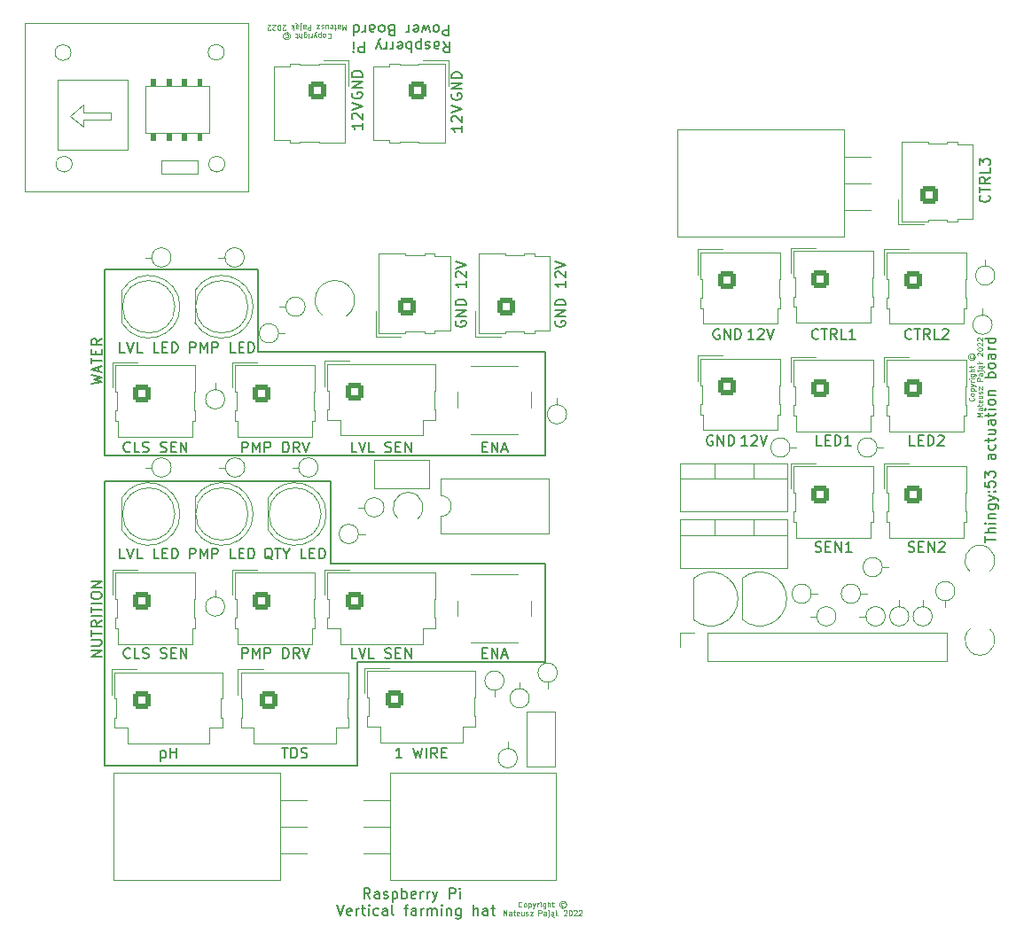
<source format=gto>
%TF.GenerationSoftware,KiCad,Pcbnew,(6.0.7)*%
%TF.CreationDate,2022-08-29T12:50:00+02:00*%
%TF.ProjectId,pi_shield,70695f73-6869-4656-9c64-2e6b69636164,rev?*%
%TF.SameCoordinates,Original*%
%TF.FileFunction,Legend,Top*%
%TF.FilePolarity,Positive*%
%FSLAX46Y46*%
G04 Gerber Fmt 4.6, Leading zero omitted, Abs format (unit mm)*
G04 Created by KiCad (PCBNEW (6.0.7)) date 2022-08-29 12:50:00*
%MOMM*%
%LPD*%
G01*
G04 APERTURE LIST*
G04 Aperture macros list*
%AMRoundRect*
0 Rectangle with rounded corners*
0 $1 Rounding radius*
0 $2 $3 $4 $5 $6 $7 $8 $9 X,Y pos of 4 corners*
0 Add a 4 corners polygon primitive as box body*
4,1,4,$2,$3,$4,$5,$6,$7,$8,$9,$2,$3,0*
0 Add four circle primitives for the rounded corners*
1,1,$1+$1,$2,$3*
1,1,$1+$1,$4,$5*
1,1,$1+$1,$6,$7*
1,1,$1+$1,$8,$9*
0 Add four rect primitives between the rounded corners*
20,1,$1+$1,$2,$3,$4,$5,0*
20,1,$1+$1,$4,$5,$6,$7,0*
20,1,$1+$1,$6,$7,$8,$9,0*
20,1,$1+$1,$8,$9,$2,$3,0*%
G04 Aperture macros list end*
%ADD10C,0.150000*%
%ADD11C,0.125000*%
%ADD12C,0.120000*%
%ADD13C,0.100000*%
%ADD14C,2.750000*%
%ADD15R,1.750000X1.750000*%
%ADD16C,1.750000*%
%ADD17C,1.740000*%
%ADD18RoundRect,0.250000X0.620000X-0.620000X0.620000X0.620000X-0.620000X0.620000X-0.620000X-0.620000X0*%
%ADD19C,1.400000*%
%ADD20O,1.400000X1.400000*%
%ADD21O,2.000000X1.905000*%
%ADD22R,2.000000X1.905000*%
%ADD23O,3.500000X3.500000*%
%ADD24C,2.700000*%
%ADD25R,1.500000X1.050000*%
%ADD26O,1.500000X1.050000*%
%ADD27R,1.800000X1.800000*%
%ADD28C,1.800000*%
%ADD29RoundRect,0.250000X-0.620000X-0.620000X0.620000X-0.620000X0.620000X0.620000X-0.620000X0.620000X0*%
%ADD30R,1.905000X2.000000*%
%ADD31O,1.905000X2.000000*%
%ADD32R,1.600000X1.600000*%
%ADD33O,1.600000X1.600000*%
%ADD34RoundRect,0.250000X-0.620000X0.620000X-0.620000X-0.620000X0.620000X-0.620000X0.620000X0.620000X0*%
%ADD35O,1.800000X1.800000*%
%ADD36C,1.600000*%
%ADD37C,2.000000*%
%ADD38R,2.240000X2.240000*%
%ADD39O,2.240000X2.240000*%
%ADD40R,1.700000X1.700000*%
%ADD41O,1.700000X1.700000*%
G04 APERTURE END LIST*
D10*
X204065142Y-52760380D02*
X204112761Y-52808000D01*
X204160380Y-52950857D01*
X204160380Y-53046095D01*
X204112761Y-53188952D01*
X204017523Y-53284190D01*
X203922285Y-53331809D01*
X203731809Y-53379428D01*
X203588952Y-53379428D01*
X203398476Y-53331809D01*
X203303238Y-53284190D01*
X203208000Y-53188952D01*
X203160380Y-53046095D01*
X203160380Y-52950857D01*
X203208000Y-52808000D01*
X203255619Y-52760380D01*
X203160380Y-52474666D02*
X203160380Y-51903238D01*
X204160380Y-52188952D02*
X203160380Y-52188952D01*
X204160380Y-50998476D02*
X203684190Y-51331809D01*
X204160380Y-51569904D02*
X203160380Y-51569904D01*
X203160380Y-51188952D01*
X203208000Y-51093714D01*
X203255619Y-51046095D01*
X203350857Y-50998476D01*
X203493714Y-50998476D01*
X203588952Y-51046095D01*
X203636571Y-51093714D01*
X203684190Y-51188952D01*
X203684190Y-51569904D01*
X204160380Y-50093714D02*
X204160380Y-50569904D01*
X203160380Y-50569904D01*
X203160380Y-49855619D02*
X203160380Y-49236571D01*
X203541333Y-49569904D01*
X203541333Y-49427047D01*
X203588952Y-49331809D01*
X203636571Y-49284190D01*
X203731809Y-49236571D01*
X203969904Y-49236571D01*
X204065142Y-49284190D01*
X204112761Y-49331809D01*
X204160380Y-49427047D01*
X204160380Y-49712761D01*
X204112761Y-49808000D01*
X204065142Y-49855619D01*
X161671000Y-97282000D02*
X161671000Y-97028000D01*
X143764000Y-104267000D02*
X143764000Y-97282000D01*
X161671000Y-87884000D02*
X141224000Y-87884000D01*
X119634000Y-97028000D02*
X119634000Y-97155000D01*
X126492000Y-107188000D02*
X133350000Y-107188000D01*
X161671000Y-67691000D02*
X134239000Y-67691000D01*
X119634000Y-107188000D02*
X126492000Y-107188000D01*
X133350000Y-107188000D02*
X140716000Y-107188000D01*
X161671000Y-97028000D02*
X161671000Y-88265000D01*
X134239000Y-59817000D02*
X119634000Y-59817000D01*
X143764000Y-97282000D02*
X161671000Y-97282000D01*
X119634000Y-97155000D02*
X119634000Y-97282000D01*
X161671000Y-77597000D02*
X161671000Y-67691000D01*
X119634000Y-59817000D02*
X119634000Y-59944000D01*
X141224000Y-80010000D02*
X119634000Y-80010000D01*
X119634000Y-80010000D02*
X119634000Y-97028000D01*
X143637000Y-107188000D02*
X143764000Y-107188000D01*
X143764000Y-107188000D02*
X143764000Y-104267000D01*
X161671000Y-88265000D02*
X161671000Y-87884000D01*
X140716000Y-107188000D02*
X143637000Y-107188000D01*
X119634000Y-59944000D02*
X119634000Y-77597000D01*
X119634000Y-97218500D02*
X119634000Y-107188000D01*
X119634000Y-77597000D02*
X161671000Y-77597000D01*
X134239000Y-67691000D02*
X134239000Y-59817000D01*
X141224000Y-87884000D02*
X141224000Y-80010000D01*
X132747142Y-77287380D02*
X132747142Y-76287380D01*
X133128095Y-76287380D01*
X133223333Y-76335000D01*
X133270952Y-76382619D01*
X133318571Y-76477857D01*
X133318571Y-76620714D01*
X133270952Y-76715952D01*
X133223333Y-76763571D01*
X133128095Y-76811190D01*
X132747142Y-76811190D01*
X133747142Y-77287380D02*
X133747142Y-76287380D01*
X134080476Y-77001666D01*
X134413809Y-76287380D01*
X134413809Y-77287380D01*
X134890000Y-77287380D02*
X134890000Y-76287380D01*
X135270952Y-76287380D01*
X135366190Y-76335000D01*
X135413809Y-76382619D01*
X135461428Y-76477857D01*
X135461428Y-76620714D01*
X135413809Y-76715952D01*
X135366190Y-76763571D01*
X135270952Y-76811190D01*
X134890000Y-76811190D01*
X136651904Y-77287380D02*
X136651904Y-76287380D01*
X136890000Y-76287380D01*
X137032857Y-76335000D01*
X137128095Y-76430238D01*
X137175714Y-76525476D01*
X137223333Y-76715952D01*
X137223333Y-76858809D01*
X137175714Y-77049285D01*
X137128095Y-77144523D01*
X137032857Y-77239761D01*
X136890000Y-77287380D01*
X136651904Y-77287380D01*
X138223333Y-77287380D02*
X137890000Y-76811190D01*
X137651904Y-77287380D02*
X137651904Y-76287380D01*
X138032857Y-76287380D01*
X138128095Y-76335000D01*
X138175714Y-76382619D01*
X138223333Y-76477857D01*
X138223333Y-76620714D01*
X138175714Y-76715952D01*
X138128095Y-76763571D01*
X138032857Y-76811190D01*
X137651904Y-76811190D01*
X138509047Y-76287380D02*
X138842380Y-77287380D01*
X139175714Y-76287380D01*
X143264000Y-42925904D02*
X143216380Y-43021142D01*
X143216380Y-43164000D01*
X143264000Y-43306857D01*
X143359238Y-43402095D01*
X143454476Y-43449714D01*
X143644952Y-43497333D01*
X143787809Y-43497333D01*
X143978285Y-43449714D01*
X144073523Y-43402095D01*
X144168761Y-43306857D01*
X144216380Y-43164000D01*
X144216380Y-43068761D01*
X144168761Y-42925904D01*
X144121142Y-42878285D01*
X143787809Y-42878285D01*
X143787809Y-43068761D01*
X144216380Y-42449714D02*
X143216380Y-42449714D01*
X144216380Y-41878285D01*
X143216380Y-41878285D01*
X144216380Y-41402095D02*
X143216380Y-41402095D01*
X143216380Y-41164000D01*
X143264000Y-41021142D01*
X143359238Y-40925904D01*
X143454476Y-40878285D01*
X143644952Y-40830666D01*
X143787809Y-40830666D01*
X143978285Y-40878285D01*
X144073523Y-40925904D01*
X144168761Y-41021142D01*
X144216380Y-41164000D01*
X144216380Y-41402095D01*
X187491904Y-86764761D02*
X187634761Y-86812380D01*
X187872857Y-86812380D01*
X187968095Y-86764761D01*
X188015714Y-86717142D01*
X188063333Y-86621904D01*
X188063333Y-86526666D01*
X188015714Y-86431428D01*
X187968095Y-86383809D01*
X187872857Y-86336190D01*
X187682380Y-86288571D01*
X187587142Y-86240952D01*
X187539523Y-86193333D01*
X187491904Y-86098095D01*
X187491904Y-86002857D01*
X187539523Y-85907619D01*
X187587142Y-85860000D01*
X187682380Y-85812380D01*
X187920476Y-85812380D01*
X188063333Y-85860000D01*
X188491904Y-86288571D02*
X188825238Y-86288571D01*
X188968095Y-86812380D02*
X188491904Y-86812380D01*
X188491904Y-85812380D01*
X188968095Y-85812380D01*
X189396666Y-86812380D02*
X189396666Y-85812380D01*
X189968095Y-86812380D01*
X189968095Y-85812380D01*
X190968095Y-86812380D02*
X190396666Y-86812380D01*
X190682380Y-86812380D02*
X190682380Y-85812380D01*
X190587142Y-85955238D01*
X190491904Y-86050476D01*
X190396666Y-86098095D01*
X155678333Y-76763571D02*
X156011666Y-76763571D01*
X156154523Y-77287380D02*
X155678333Y-77287380D01*
X155678333Y-76287380D01*
X156154523Y-76287380D01*
X156583095Y-77287380D02*
X156583095Y-76287380D01*
X157154523Y-77287380D01*
X157154523Y-76287380D01*
X157583095Y-77001666D02*
X158059285Y-77001666D01*
X157487857Y-77287380D02*
X157821190Y-76287380D01*
X158154523Y-77287380D01*
X118324380Y-70770476D02*
X119324380Y-70532380D01*
X118610095Y-70341904D01*
X119324380Y-70151428D01*
X118324380Y-69913333D01*
X119038666Y-69580000D02*
X119038666Y-69103809D01*
X119324380Y-69675238D02*
X118324380Y-69341904D01*
X119324380Y-69008571D01*
X118324380Y-68818095D02*
X118324380Y-68246666D01*
X119324380Y-68532380D02*
X118324380Y-68532380D01*
X118800571Y-67913333D02*
X118800571Y-67580000D01*
X119324380Y-67437142D02*
X119324380Y-67913333D01*
X118324380Y-67913333D01*
X118324380Y-67437142D01*
X119324380Y-66437142D02*
X118848190Y-66770476D01*
X119324380Y-67008571D02*
X118324380Y-67008571D01*
X118324380Y-66627619D01*
X118372000Y-66532380D01*
X118419619Y-66484761D01*
X118514857Y-66437142D01*
X118657714Y-66437142D01*
X118752952Y-66484761D01*
X118800571Y-66532380D01*
X118848190Y-66627619D01*
X118848190Y-67008571D01*
X178308095Y-65540000D02*
X178212857Y-65492380D01*
X178070000Y-65492380D01*
X177927142Y-65540000D01*
X177831904Y-65635238D01*
X177784285Y-65730476D01*
X177736666Y-65920952D01*
X177736666Y-66063809D01*
X177784285Y-66254285D01*
X177831904Y-66349523D01*
X177927142Y-66444761D01*
X178070000Y-66492380D01*
X178165238Y-66492380D01*
X178308095Y-66444761D01*
X178355714Y-66397142D01*
X178355714Y-66063809D01*
X178165238Y-66063809D01*
X178784285Y-66492380D02*
X178784285Y-65492380D01*
X179355714Y-66492380D01*
X179355714Y-65492380D01*
X179831904Y-66492380D02*
X179831904Y-65492380D01*
X180070000Y-65492380D01*
X180212857Y-65540000D01*
X180308095Y-65635238D01*
X180355714Y-65730476D01*
X180403333Y-65920952D01*
X180403333Y-66063809D01*
X180355714Y-66254285D01*
X180308095Y-66349523D01*
X180212857Y-66444761D01*
X180070000Y-66492380D01*
X179831904Y-66492380D01*
X148002857Y-106497380D02*
X147431428Y-106497380D01*
X147717142Y-106497380D02*
X147717142Y-105497380D01*
X147621904Y-105640238D01*
X147526666Y-105735476D01*
X147431428Y-105783095D01*
X149098095Y-105497380D02*
X149336190Y-106497380D01*
X149526666Y-105783095D01*
X149717142Y-106497380D01*
X149955238Y-105497380D01*
X150336190Y-106497380D02*
X150336190Y-105497380D01*
X151383809Y-106497380D02*
X151050476Y-106021190D01*
X150812380Y-106497380D02*
X150812380Y-105497380D01*
X151193333Y-105497380D01*
X151288571Y-105545000D01*
X151336190Y-105592619D01*
X151383809Y-105687857D01*
X151383809Y-105830714D01*
X151336190Y-105925952D01*
X151288571Y-105973571D01*
X151193333Y-106021190D01*
X150812380Y-106021190D01*
X151812380Y-105973571D02*
X152145714Y-105973571D01*
X152288571Y-106497380D02*
X151812380Y-106497380D01*
X151812380Y-105497380D01*
X152288571Y-105497380D01*
X196667619Y-66397142D02*
X196620000Y-66444761D01*
X196477142Y-66492380D01*
X196381904Y-66492380D01*
X196239047Y-66444761D01*
X196143809Y-66349523D01*
X196096190Y-66254285D01*
X196048571Y-66063809D01*
X196048571Y-65920952D01*
X196096190Y-65730476D01*
X196143809Y-65635238D01*
X196239047Y-65540000D01*
X196381904Y-65492380D01*
X196477142Y-65492380D01*
X196620000Y-65540000D01*
X196667619Y-65587619D01*
X196953333Y-65492380D02*
X197524761Y-65492380D01*
X197239047Y-66492380D02*
X197239047Y-65492380D01*
X198429523Y-66492380D02*
X198096190Y-66016190D01*
X197858095Y-66492380D02*
X197858095Y-65492380D01*
X198239047Y-65492380D01*
X198334285Y-65540000D01*
X198381904Y-65587619D01*
X198429523Y-65682857D01*
X198429523Y-65825714D01*
X198381904Y-65920952D01*
X198334285Y-65968571D01*
X198239047Y-66016190D01*
X197858095Y-66016190D01*
X199334285Y-66492380D02*
X198858095Y-66492380D01*
X198858095Y-65492380D01*
X199620000Y-65587619D02*
X199667619Y-65540000D01*
X199762857Y-65492380D01*
X200000952Y-65492380D01*
X200096190Y-65540000D01*
X200143809Y-65587619D01*
X200191428Y-65682857D01*
X200191428Y-65778095D01*
X200143809Y-65920952D01*
X199572380Y-66492380D01*
X200191428Y-66492380D01*
D11*
X202595071Y-72080190D02*
X202618880Y-72104000D01*
X202642690Y-72175428D01*
X202642690Y-72223047D01*
X202618880Y-72294476D01*
X202571261Y-72342095D01*
X202523642Y-72365904D01*
X202428404Y-72389714D01*
X202356976Y-72389714D01*
X202261738Y-72365904D01*
X202214119Y-72342095D01*
X202166500Y-72294476D01*
X202142690Y-72223047D01*
X202142690Y-72175428D01*
X202166500Y-72104000D01*
X202190309Y-72080190D01*
X202642690Y-71794476D02*
X202618880Y-71842095D01*
X202595071Y-71865904D01*
X202547452Y-71889714D01*
X202404595Y-71889714D01*
X202356976Y-71865904D01*
X202333166Y-71842095D01*
X202309357Y-71794476D01*
X202309357Y-71723047D01*
X202333166Y-71675428D01*
X202356976Y-71651619D01*
X202404595Y-71627809D01*
X202547452Y-71627809D01*
X202595071Y-71651619D01*
X202618880Y-71675428D01*
X202642690Y-71723047D01*
X202642690Y-71794476D01*
X202309357Y-71413523D02*
X202809357Y-71413523D01*
X202333166Y-71413523D02*
X202309357Y-71365904D01*
X202309357Y-71270666D01*
X202333166Y-71223047D01*
X202356976Y-71199238D01*
X202404595Y-71175428D01*
X202547452Y-71175428D01*
X202595071Y-71199238D01*
X202618880Y-71223047D01*
X202642690Y-71270666D01*
X202642690Y-71365904D01*
X202618880Y-71413523D01*
X202309357Y-71008761D02*
X202642690Y-70889714D01*
X202309357Y-70770666D02*
X202642690Y-70889714D01*
X202761738Y-70937333D01*
X202785547Y-70961142D01*
X202809357Y-71008761D01*
X202642690Y-70580190D02*
X202309357Y-70580190D01*
X202404595Y-70580190D02*
X202356976Y-70556380D01*
X202333166Y-70532571D01*
X202309357Y-70484952D01*
X202309357Y-70437333D01*
X202642690Y-70270666D02*
X202309357Y-70270666D01*
X202142690Y-70270666D02*
X202166500Y-70294476D01*
X202190309Y-70270666D01*
X202166500Y-70246857D01*
X202142690Y-70270666D01*
X202190309Y-70270666D01*
X202309357Y-69818285D02*
X202714119Y-69818285D01*
X202761738Y-69842095D01*
X202785547Y-69865904D01*
X202809357Y-69913523D01*
X202809357Y-69984952D01*
X202785547Y-70032571D01*
X202618880Y-69818285D02*
X202642690Y-69865904D01*
X202642690Y-69961142D01*
X202618880Y-70008761D01*
X202595071Y-70032571D01*
X202547452Y-70056380D01*
X202404595Y-70056380D01*
X202356976Y-70032571D01*
X202333166Y-70008761D01*
X202309357Y-69961142D01*
X202309357Y-69865904D01*
X202333166Y-69818285D01*
X202642690Y-69580190D02*
X202142690Y-69580190D01*
X202642690Y-69365904D02*
X202380785Y-69365904D01*
X202333166Y-69389714D01*
X202309357Y-69437333D01*
X202309357Y-69508761D01*
X202333166Y-69556380D01*
X202356976Y-69580190D01*
X202309357Y-69199238D02*
X202309357Y-69008761D01*
X202142690Y-69127809D02*
X202571261Y-69127809D01*
X202618880Y-69104000D01*
X202642690Y-69056380D01*
X202642690Y-69008761D01*
X202261738Y-68056380D02*
X202237928Y-68104000D01*
X202237928Y-68199238D01*
X202261738Y-68246857D01*
X202309357Y-68294476D01*
X202356976Y-68318285D01*
X202452214Y-68318285D01*
X202499833Y-68294476D01*
X202547452Y-68246857D01*
X202571261Y-68199238D01*
X202571261Y-68104000D01*
X202547452Y-68056380D01*
X202071261Y-68151619D02*
X202095071Y-68270666D01*
X202166500Y-68389714D01*
X202285547Y-68461142D01*
X202404595Y-68484952D01*
X202523642Y-68461142D01*
X202642690Y-68389714D01*
X202714119Y-68270666D01*
X202737928Y-68151619D01*
X202714119Y-68032571D01*
X202642690Y-67913523D01*
X202523642Y-67842095D01*
X202404595Y-67818285D01*
X202285547Y-67842095D01*
X202166500Y-67913523D01*
X202095071Y-68032571D01*
X202071261Y-68151619D01*
X203447690Y-73842095D02*
X202947690Y-73842095D01*
X203304833Y-73675428D01*
X202947690Y-73508761D01*
X203447690Y-73508761D01*
X203447690Y-73056380D02*
X203185785Y-73056380D01*
X203138166Y-73080190D01*
X203114357Y-73127809D01*
X203114357Y-73223047D01*
X203138166Y-73270666D01*
X203423880Y-73056380D02*
X203447690Y-73104000D01*
X203447690Y-73223047D01*
X203423880Y-73270666D01*
X203376261Y-73294476D01*
X203328642Y-73294476D01*
X203281023Y-73270666D01*
X203257214Y-73223047D01*
X203257214Y-73104000D01*
X203233404Y-73056380D01*
X203114357Y-72889714D02*
X203114357Y-72699238D01*
X202947690Y-72818285D02*
X203376261Y-72818285D01*
X203423880Y-72794476D01*
X203447690Y-72746857D01*
X203447690Y-72699238D01*
X203423880Y-72342095D02*
X203447690Y-72389714D01*
X203447690Y-72484952D01*
X203423880Y-72532571D01*
X203376261Y-72556380D01*
X203185785Y-72556380D01*
X203138166Y-72532571D01*
X203114357Y-72484952D01*
X203114357Y-72389714D01*
X203138166Y-72342095D01*
X203185785Y-72318285D01*
X203233404Y-72318285D01*
X203281023Y-72556380D01*
X203114357Y-71889714D02*
X203447690Y-71889714D01*
X203114357Y-72104000D02*
X203376261Y-72104000D01*
X203423880Y-72080190D01*
X203447690Y-72032571D01*
X203447690Y-71961142D01*
X203423880Y-71913523D01*
X203400071Y-71889714D01*
X203423880Y-71675428D02*
X203447690Y-71627809D01*
X203447690Y-71532571D01*
X203423880Y-71484952D01*
X203376261Y-71461142D01*
X203352452Y-71461142D01*
X203304833Y-71484952D01*
X203281023Y-71532571D01*
X203281023Y-71604000D01*
X203257214Y-71651619D01*
X203209595Y-71675428D01*
X203185785Y-71675428D01*
X203138166Y-71651619D01*
X203114357Y-71604000D01*
X203114357Y-71532571D01*
X203138166Y-71484952D01*
X203114357Y-71294476D02*
X203114357Y-71032571D01*
X203447690Y-71294476D01*
X203447690Y-71032571D01*
X203447690Y-70461142D02*
X202947690Y-70461142D01*
X202947690Y-70270666D01*
X202971500Y-70223047D01*
X202995309Y-70199238D01*
X203042928Y-70175428D01*
X203114357Y-70175428D01*
X203161976Y-70199238D01*
X203185785Y-70223047D01*
X203209595Y-70270666D01*
X203209595Y-70461142D01*
X203447690Y-69746857D02*
X203185785Y-69746857D01*
X203138166Y-69770666D01*
X203114357Y-69818285D01*
X203114357Y-69913523D01*
X203138166Y-69961142D01*
X203423880Y-69746857D02*
X203447690Y-69794476D01*
X203447690Y-69913523D01*
X203423880Y-69961142D01*
X203376261Y-69984952D01*
X203328642Y-69984952D01*
X203281023Y-69961142D01*
X203257214Y-69913523D01*
X203257214Y-69794476D01*
X203233404Y-69746857D01*
X203114357Y-69508761D02*
X203542928Y-69508761D01*
X203590547Y-69532571D01*
X203614357Y-69580190D01*
X203614357Y-69604000D01*
X202947690Y-69508761D02*
X202971500Y-69532571D01*
X202995309Y-69508761D01*
X202971500Y-69484952D01*
X202947690Y-69508761D01*
X202995309Y-69508761D01*
X203447690Y-69056380D02*
X203185785Y-69056380D01*
X203138166Y-69080190D01*
X203114357Y-69127809D01*
X203114357Y-69223047D01*
X203138166Y-69270666D01*
X203423880Y-69056380D02*
X203447690Y-69104000D01*
X203447690Y-69223047D01*
X203423880Y-69270666D01*
X203376261Y-69294476D01*
X203328642Y-69294476D01*
X203281023Y-69270666D01*
X203257214Y-69223047D01*
X203257214Y-69104000D01*
X203233404Y-69056380D01*
X203447690Y-69056380D02*
X203495309Y-69104000D01*
X203542928Y-69127809D01*
X203590547Y-69104000D01*
X203614357Y-69056380D01*
X203614357Y-69008761D01*
X203447690Y-68818285D02*
X202947690Y-68818285D01*
X203257214Y-68770666D02*
X203447690Y-68627809D01*
X203114357Y-68627809D02*
X203304833Y-68818285D01*
X202995309Y-68056380D02*
X202971500Y-68032571D01*
X202947690Y-67984952D01*
X202947690Y-67865904D01*
X202971500Y-67818285D01*
X202995309Y-67794476D01*
X203042928Y-67770666D01*
X203090547Y-67770666D01*
X203161976Y-67794476D01*
X203447690Y-68080190D01*
X203447690Y-67770666D01*
X202947690Y-67461142D02*
X202947690Y-67413523D01*
X202971500Y-67365904D01*
X202995309Y-67342095D01*
X203042928Y-67318285D01*
X203138166Y-67294476D01*
X203257214Y-67294476D01*
X203352452Y-67318285D01*
X203400071Y-67342095D01*
X203423880Y-67365904D01*
X203447690Y-67413523D01*
X203447690Y-67461142D01*
X203423880Y-67508761D01*
X203400071Y-67532571D01*
X203352452Y-67556380D01*
X203257214Y-67580190D01*
X203138166Y-67580190D01*
X203042928Y-67556380D01*
X202995309Y-67532571D01*
X202971500Y-67508761D01*
X202947690Y-67461142D01*
X202995309Y-67104000D02*
X202971500Y-67080190D01*
X202947690Y-67032571D01*
X202947690Y-66913523D01*
X202971500Y-66865904D01*
X202995309Y-66842095D01*
X203042928Y-66818285D01*
X203090547Y-66818285D01*
X203161976Y-66842095D01*
X203447690Y-67127809D01*
X203447690Y-66818285D01*
X202995309Y-66627809D02*
X202971500Y-66604000D01*
X202947690Y-66556380D01*
X202947690Y-66437333D01*
X202971500Y-66389714D01*
X202995309Y-66365904D01*
X203042928Y-66342095D01*
X203090547Y-66342095D01*
X203161976Y-66365904D01*
X203447690Y-66651619D01*
X203447690Y-66342095D01*
D10*
X181625952Y-66492380D02*
X181054523Y-66492380D01*
X181340238Y-66492380D02*
X181340238Y-65492380D01*
X181245000Y-65635238D01*
X181149761Y-65730476D01*
X181054523Y-65778095D01*
X182006904Y-65587619D02*
X182054523Y-65540000D01*
X182149761Y-65492380D01*
X182387857Y-65492380D01*
X182483095Y-65540000D01*
X182530714Y-65587619D01*
X182578333Y-65682857D01*
X182578333Y-65778095D01*
X182530714Y-65920952D01*
X181959285Y-66492380D01*
X182578333Y-66492380D01*
X182864047Y-65492380D02*
X183197380Y-66492380D01*
X183530714Y-65492380D01*
X196381904Y-86764761D02*
X196524761Y-86812380D01*
X196762857Y-86812380D01*
X196858095Y-86764761D01*
X196905714Y-86717142D01*
X196953333Y-86621904D01*
X196953333Y-86526666D01*
X196905714Y-86431428D01*
X196858095Y-86383809D01*
X196762857Y-86336190D01*
X196572380Y-86288571D01*
X196477142Y-86240952D01*
X196429523Y-86193333D01*
X196381904Y-86098095D01*
X196381904Y-86002857D01*
X196429523Y-85907619D01*
X196477142Y-85860000D01*
X196572380Y-85812380D01*
X196810476Y-85812380D01*
X196953333Y-85860000D01*
X197381904Y-86288571D02*
X197715238Y-86288571D01*
X197858095Y-86812380D02*
X197381904Y-86812380D01*
X197381904Y-85812380D01*
X197858095Y-85812380D01*
X198286666Y-86812380D02*
X198286666Y-85812380D01*
X198858095Y-86812380D01*
X198858095Y-85812380D01*
X199286666Y-85907619D02*
X199334285Y-85860000D01*
X199429523Y-85812380D01*
X199667619Y-85812380D01*
X199762857Y-85860000D01*
X199810476Y-85907619D01*
X199858095Y-86002857D01*
X199858095Y-86098095D01*
X199810476Y-86240952D01*
X199239047Y-86812380D01*
X199858095Y-86812380D01*
X121563095Y-67762380D02*
X121086904Y-67762380D01*
X121086904Y-66762380D01*
X121753571Y-66762380D02*
X122086904Y-67762380D01*
X122420238Y-66762380D01*
X123229761Y-67762380D02*
X122753571Y-67762380D01*
X122753571Y-66762380D01*
X124801190Y-67762380D02*
X124325000Y-67762380D01*
X124325000Y-66762380D01*
X125134523Y-67238571D02*
X125467857Y-67238571D01*
X125610714Y-67762380D02*
X125134523Y-67762380D01*
X125134523Y-66762380D01*
X125610714Y-66762380D01*
X126039285Y-67762380D02*
X126039285Y-66762380D01*
X126277380Y-66762380D01*
X126420238Y-66810000D01*
X126515476Y-66905238D01*
X126563095Y-67000476D01*
X126610714Y-67190952D01*
X126610714Y-67333809D01*
X126563095Y-67524285D01*
X126515476Y-67619523D01*
X126420238Y-67714761D01*
X126277380Y-67762380D01*
X126039285Y-67762380D01*
X121563095Y-87447380D02*
X121086904Y-87447380D01*
X121086904Y-86447380D01*
X121753571Y-86447380D02*
X122086904Y-87447380D01*
X122420238Y-86447380D01*
X123229761Y-87447380D02*
X122753571Y-87447380D01*
X122753571Y-86447380D01*
X124801190Y-87447380D02*
X124325000Y-87447380D01*
X124325000Y-86447380D01*
X125134523Y-86923571D02*
X125467857Y-86923571D01*
X125610714Y-87447380D02*
X125134523Y-87447380D01*
X125134523Y-86447380D01*
X125610714Y-86447380D01*
X126039285Y-87447380D02*
X126039285Y-86447380D01*
X126277380Y-86447380D01*
X126420238Y-86495000D01*
X126515476Y-86590238D01*
X126563095Y-86685476D01*
X126610714Y-86875952D01*
X126610714Y-87018809D01*
X126563095Y-87209285D01*
X126515476Y-87304523D01*
X126420238Y-87399761D01*
X126277380Y-87447380D01*
X126039285Y-87447380D01*
X180990952Y-76652380D02*
X180419523Y-76652380D01*
X180705238Y-76652380D02*
X180705238Y-75652380D01*
X180610000Y-75795238D01*
X180514761Y-75890476D01*
X180419523Y-75938095D01*
X181371904Y-75747619D02*
X181419523Y-75700000D01*
X181514761Y-75652380D01*
X181752857Y-75652380D01*
X181848095Y-75700000D01*
X181895714Y-75747619D01*
X181943333Y-75842857D01*
X181943333Y-75938095D01*
X181895714Y-76080952D01*
X181324285Y-76652380D01*
X181943333Y-76652380D01*
X182229047Y-75652380D02*
X182562380Y-76652380D01*
X182895714Y-75652380D01*
X144216380Y-45831047D02*
X144216380Y-46402476D01*
X144216380Y-46116761D02*
X143216380Y-46116761D01*
X143359238Y-46212000D01*
X143454476Y-46307238D01*
X143502095Y-46402476D01*
X143311619Y-45450095D02*
X143264000Y-45402476D01*
X143216380Y-45307238D01*
X143216380Y-45069142D01*
X143264000Y-44973904D01*
X143311619Y-44926285D01*
X143406857Y-44878666D01*
X143502095Y-44878666D01*
X143644952Y-44926285D01*
X144216380Y-45497714D01*
X144216380Y-44878666D01*
X143216380Y-44592952D02*
X144216380Y-44259619D01*
X143216380Y-43926285D01*
X197000952Y-76652380D02*
X196524761Y-76652380D01*
X196524761Y-75652380D01*
X197334285Y-76128571D02*
X197667619Y-76128571D01*
X197810476Y-76652380D02*
X197334285Y-76652380D01*
X197334285Y-75652380D01*
X197810476Y-75652380D01*
X198239047Y-76652380D02*
X198239047Y-75652380D01*
X198477142Y-75652380D01*
X198620000Y-75700000D01*
X198715238Y-75795238D01*
X198762857Y-75890476D01*
X198810476Y-76080952D01*
X198810476Y-76223809D01*
X198762857Y-76414285D01*
X198715238Y-76509523D01*
X198620000Y-76604761D01*
X198477142Y-76652380D01*
X198239047Y-76652380D01*
X199191428Y-75747619D02*
X199239047Y-75700000D01*
X199334285Y-75652380D01*
X199572380Y-75652380D01*
X199667619Y-75700000D01*
X199715238Y-75747619D01*
X199762857Y-75842857D01*
X199762857Y-75938095D01*
X199715238Y-76080952D01*
X199143809Y-76652380D01*
X199762857Y-76652380D01*
X119324380Y-96813238D02*
X118324380Y-96813238D01*
X119324380Y-96241809D01*
X118324380Y-96241809D01*
X118324380Y-95765619D02*
X119133904Y-95765619D01*
X119229142Y-95718000D01*
X119276761Y-95670380D01*
X119324380Y-95575142D01*
X119324380Y-95384666D01*
X119276761Y-95289428D01*
X119229142Y-95241809D01*
X119133904Y-95194190D01*
X118324380Y-95194190D01*
X118324380Y-94860857D02*
X118324380Y-94289428D01*
X119324380Y-94575142D02*
X118324380Y-94575142D01*
X119324380Y-93384666D02*
X118848190Y-93718000D01*
X119324380Y-93956095D02*
X118324380Y-93956095D01*
X118324380Y-93575142D01*
X118372000Y-93479904D01*
X118419619Y-93432285D01*
X118514857Y-93384666D01*
X118657714Y-93384666D01*
X118752952Y-93432285D01*
X118800571Y-93479904D01*
X118848190Y-93575142D01*
X118848190Y-93956095D01*
X119324380Y-92956095D02*
X118324380Y-92956095D01*
X118324380Y-92622761D02*
X118324380Y-92051333D01*
X119324380Y-92337047D02*
X118324380Y-92337047D01*
X119324380Y-91718000D02*
X118324380Y-91718000D01*
X118324380Y-91051333D02*
X118324380Y-90860857D01*
X118372000Y-90765619D01*
X118467238Y-90670380D01*
X118657714Y-90622761D01*
X118991047Y-90622761D01*
X119181523Y-90670380D01*
X119276761Y-90765619D01*
X119324380Y-90860857D01*
X119324380Y-91051333D01*
X119276761Y-91146571D01*
X119181523Y-91241809D01*
X118991047Y-91289428D01*
X118657714Y-91289428D01*
X118467238Y-91241809D01*
X118372000Y-91146571D01*
X118324380Y-91051333D01*
X119324380Y-90194190D02*
X118324380Y-90194190D01*
X119324380Y-89622761D01*
X118324380Y-89622761D01*
X122055238Y-96877142D02*
X122007619Y-96924761D01*
X121864761Y-96972380D01*
X121769523Y-96972380D01*
X121626666Y-96924761D01*
X121531428Y-96829523D01*
X121483809Y-96734285D01*
X121436190Y-96543809D01*
X121436190Y-96400952D01*
X121483809Y-96210476D01*
X121531428Y-96115238D01*
X121626666Y-96020000D01*
X121769523Y-95972380D01*
X121864761Y-95972380D01*
X122007619Y-96020000D01*
X122055238Y-96067619D01*
X122960000Y-96972380D02*
X122483809Y-96972380D01*
X122483809Y-95972380D01*
X123245714Y-96924761D02*
X123388571Y-96972380D01*
X123626666Y-96972380D01*
X123721904Y-96924761D01*
X123769523Y-96877142D01*
X123817142Y-96781904D01*
X123817142Y-96686666D01*
X123769523Y-96591428D01*
X123721904Y-96543809D01*
X123626666Y-96496190D01*
X123436190Y-96448571D01*
X123340952Y-96400952D01*
X123293333Y-96353333D01*
X123245714Y-96258095D01*
X123245714Y-96162857D01*
X123293333Y-96067619D01*
X123340952Y-96020000D01*
X123436190Y-95972380D01*
X123674285Y-95972380D01*
X123817142Y-96020000D01*
X124960000Y-96924761D02*
X125102857Y-96972380D01*
X125340952Y-96972380D01*
X125436190Y-96924761D01*
X125483809Y-96877142D01*
X125531428Y-96781904D01*
X125531428Y-96686666D01*
X125483809Y-96591428D01*
X125436190Y-96543809D01*
X125340952Y-96496190D01*
X125150476Y-96448571D01*
X125055238Y-96400952D01*
X125007619Y-96353333D01*
X124960000Y-96258095D01*
X124960000Y-96162857D01*
X125007619Y-96067619D01*
X125055238Y-96020000D01*
X125150476Y-95972380D01*
X125388571Y-95972380D01*
X125531428Y-96020000D01*
X125960000Y-96448571D02*
X126293333Y-96448571D01*
X126436190Y-96972380D02*
X125960000Y-96972380D01*
X125960000Y-95972380D01*
X126436190Y-95972380D01*
X126864761Y-96972380D02*
X126864761Y-95972380D01*
X127436190Y-96972380D01*
X127436190Y-95972380D01*
X124991904Y-105830714D02*
X124991904Y-106830714D01*
X124991904Y-105878333D02*
X125087142Y-105830714D01*
X125277619Y-105830714D01*
X125372857Y-105878333D01*
X125420476Y-105925952D01*
X125468095Y-106021190D01*
X125468095Y-106306904D01*
X125420476Y-106402142D01*
X125372857Y-106449761D01*
X125277619Y-106497380D01*
X125087142Y-106497380D01*
X124991904Y-106449761D01*
X125896666Y-106497380D02*
X125896666Y-105497380D01*
X125896666Y-105973571D02*
X126468095Y-105973571D01*
X126468095Y-106497380D02*
X126468095Y-105497380D01*
X143692857Y-77287380D02*
X143216666Y-77287380D01*
X143216666Y-76287380D01*
X143883333Y-76287380D02*
X144216666Y-77287380D01*
X144550000Y-76287380D01*
X145359523Y-77287380D02*
X144883333Y-77287380D01*
X144883333Y-76287380D01*
X146407142Y-77239761D02*
X146550000Y-77287380D01*
X146788095Y-77287380D01*
X146883333Y-77239761D01*
X146930952Y-77192142D01*
X146978571Y-77096904D01*
X146978571Y-77001666D01*
X146930952Y-76906428D01*
X146883333Y-76858809D01*
X146788095Y-76811190D01*
X146597619Y-76763571D01*
X146502380Y-76715952D01*
X146454761Y-76668333D01*
X146407142Y-76573095D01*
X146407142Y-76477857D01*
X146454761Y-76382619D01*
X146502380Y-76335000D01*
X146597619Y-76287380D01*
X146835714Y-76287380D01*
X146978571Y-76335000D01*
X147407142Y-76763571D02*
X147740476Y-76763571D01*
X147883333Y-77287380D02*
X147407142Y-77287380D01*
X147407142Y-76287380D01*
X147883333Y-76287380D01*
X148311904Y-77287380D02*
X148311904Y-76287380D01*
X148883333Y-77287380D01*
X148883333Y-76287380D01*
X153741380Y-46085047D02*
X153741380Y-46656476D01*
X153741380Y-46370761D02*
X152741380Y-46370761D01*
X152884238Y-46466000D01*
X152979476Y-46561238D01*
X153027095Y-46656476D01*
X152836619Y-45704095D02*
X152789000Y-45656476D01*
X152741380Y-45561238D01*
X152741380Y-45323142D01*
X152789000Y-45227904D01*
X152836619Y-45180285D01*
X152931857Y-45132666D01*
X153027095Y-45132666D01*
X153169952Y-45180285D01*
X153741380Y-45751714D01*
X153741380Y-45132666D01*
X152741380Y-44846952D02*
X153741380Y-44513619D01*
X152741380Y-44180285D01*
X151955000Y-38071619D02*
X152288333Y-38547809D01*
X152526428Y-38071619D02*
X152526428Y-39071619D01*
X152145476Y-39071619D01*
X152050238Y-39024000D01*
X152002619Y-38976380D01*
X151955000Y-38881142D01*
X151955000Y-38738285D01*
X152002619Y-38643047D01*
X152050238Y-38595428D01*
X152145476Y-38547809D01*
X152526428Y-38547809D01*
X151097857Y-38071619D02*
X151097857Y-38595428D01*
X151145476Y-38690666D01*
X151240714Y-38738285D01*
X151431190Y-38738285D01*
X151526428Y-38690666D01*
X151097857Y-38119238D02*
X151193095Y-38071619D01*
X151431190Y-38071619D01*
X151526428Y-38119238D01*
X151574047Y-38214476D01*
X151574047Y-38309714D01*
X151526428Y-38404952D01*
X151431190Y-38452571D01*
X151193095Y-38452571D01*
X151097857Y-38500190D01*
X150669285Y-38119238D02*
X150574047Y-38071619D01*
X150383571Y-38071619D01*
X150288333Y-38119238D01*
X150240714Y-38214476D01*
X150240714Y-38262095D01*
X150288333Y-38357333D01*
X150383571Y-38404952D01*
X150526428Y-38404952D01*
X150621666Y-38452571D01*
X150669285Y-38547809D01*
X150669285Y-38595428D01*
X150621666Y-38690666D01*
X150526428Y-38738285D01*
X150383571Y-38738285D01*
X150288333Y-38690666D01*
X149812142Y-38738285D02*
X149812142Y-37738285D01*
X149812142Y-38690666D02*
X149716904Y-38738285D01*
X149526428Y-38738285D01*
X149431190Y-38690666D01*
X149383571Y-38643047D01*
X149335952Y-38547809D01*
X149335952Y-38262095D01*
X149383571Y-38166857D01*
X149431190Y-38119238D01*
X149526428Y-38071619D01*
X149716904Y-38071619D01*
X149812142Y-38119238D01*
X148907380Y-38071619D02*
X148907380Y-39071619D01*
X148907380Y-38690666D02*
X148812142Y-38738285D01*
X148621666Y-38738285D01*
X148526428Y-38690666D01*
X148478809Y-38643047D01*
X148431190Y-38547809D01*
X148431190Y-38262095D01*
X148478809Y-38166857D01*
X148526428Y-38119238D01*
X148621666Y-38071619D01*
X148812142Y-38071619D01*
X148907380Y-38119238D01*
X147621666Y-38119238D02*
X147716904Y-38071619D01*
X147907380Y-38071619D01*
X148002619Y-38119238D01*
X148050238Y-38214476D01*
X148050238Y-38595428D01*
X148002619Y-38690666D01*
X147907380Y-38738285D01*
X147716904Y-38738285D01*
X147621666Y-38690666D01*
X147574047Y-38595428D01*
X147574047Y-38500190D01*
X148050238Y-38404952D01*
X147145476Y-38071619D02*
X147145476Y-38738285D01*
X147145476Y-38547809D02*
X147097857Y-38643047D01*
X147050238Y-38690666D01*
X146955000Y-38738285D01*
X146859761Y-38738285D01*
X146526428Y-38071619D02*
X146526428Y-38738285D01*
X146526428Y-38547809D02*
X146478809Y-38643047D01*
X146431190Y-38690666D01*
X146335952Y-38738285D01*
X146240714Y-38738285D01*
X146002619Y-38738285D02*
X145764523Y-38071619D01*
X145526428Y-38738285D02*
X145764523Y-38071619D01*
X145859761Y-37833523D01*
X145907380Y-37785904D01*
X146002619Y-37738285D01*
X144383571Y-38071619D02*
X144383571Y-39071619D01*
X144002619Y-39071619D01*
X143907380Y-39024000D01*
X143859761Y-38976380D01*
X143812142Y-38881142D01*
X143812142Y-38738285D01*
X143859761Y-38643047D01*
X143907380Y-38595428D01*
X144002619Y-38547809D01*
X144383571Y-38547809D01*
X143383571Y-38071619D02*
X143383571Y-38738285D01*
X143383571Y-39071619D02*
X143431190Y-39024000D01*
X143383571Y-38976380D01*
X143335952Y-39024000D01*
X143383571Y-39071619D01*
X143383571Y-38976380D01*
X152478809Y-36461619D02*
X152478809Y-37461619D01*
X152097857Y-37461619D01*
X152002619Y-37414000D01*
X151955000Y-37366380D01*
X151907380Y-37271142D01*
X151907380Y-37128285D01*
X151955000Y-37033047D01*
X152002619Y-36985428D01*
X152097857Y-36937809D01*
X152478809Y-36937809D01*
X151335952Y-36461619D02*
X151431190Y-36509238D01*
X151478809Y-36556857D01*
X151526428Y-36652095D01*
X151526428Y-36937809D01*
X151478809Y-37033047D01*
X151431190Y-37080666D01*
X151335952Y-37128285D01*
X151193095Y-37128285D01*
X151097857Y-37080666D01*
X151050238Y-37033047D01*
X151002619Y-36937809D01*
X151002619Y-36652095D01*
X151050238Y-36556857D01*
X151097857Y-36509238D01*
X151193095Y-36461619D01*
X151335952Y-36461619D01*
X150669285Y-37128285D02*
X150478809Y-36461619D01*
X150288333Y-36937809D01*
X150097857Y-36461619D01*
X149907380Y-37128285D01*
X149145476Y-36509238D02*
X149240714Y-36461619D01*
X149431190Y-36461619D01*
X149526428Y-36509238D01*
X149574047Y-36604476D01*
X149574047Y-36985428D01*
X149526428Y-37080666D01*
X149431190Y-37128285D01*
X149240714Y-37128285D01*
X149145476Y-37080666D01*
X149097857Y-36985428D01*
X149097857Y-36890190D01*
X149574047Y-36794952D01*
X148669285Y-36461619D02*
X148669285Y-37128285D01*
X148669285Y-36937809D02*
X148621666Y-37033047D01*
X148574047Y-37080666D01*
X148478809Y-37128285D01*
X148383571Y-37128285D01*
X146955000Y-36985428D02*
X146812142Y-36937809D01*
X146764523Y-36890190D01*
X146716904Y-36794952D01*
X146716904Y-36652095D01*
X146764523Y-36556857D01*
X146812142Y-36509238D01*
X146907380Y-36461619D01*
X147288333Y-36461619D01*
X147288333Y-37461619D01*
X146955000Y-37461619D01*
X146859761Y-37414000D01*
X146812142Y-37366380D01*
X146764523Y-37271142D01*
X146764523Y-37175904D01*
X146812142Y-37080666D01*
X146859761Y-37033047D01*
X146955000Y-36985428D01*
X147288333Y-36985428D01*
X146145476Y-36461619D02*
X146240714Y-36509238D01*
X146288333Y-36556857D01*
X146335952Y-36652095D01*
X146335952Y-36937809D01*
X146288333Y-37033047D01*
X146240714Y-37080666D01*
X146145476Y-37128285D01*
X146002619Y-37128285D01*
X145907380Y-37080666D01*
X145859761Y-37033047D01*
X145812142Y-36937809D01*
X145812142Y-36652095D01*
X145859761Y-36556857D01*
X145907380Y-36509238D01*
X146002619Y-36461619D01*
X146145476Y-36461619D01*
X144955000Y-36461619D02*
X144955000Y-36985428D01*
X145002619Y-37080666D01*
X145097857Y-37128285D01*
X145288333Y-37128285D01*
X145383571Y-37080666D01*
X144955000Y-36509238D02*
X145050238Y-36461619D01*
X145288333Y-36461619D01*
X145383571Y-36509238D01*
X145431190Y-36604476D01*
X145431190Y-36699714D01*
X145383571Y-36794952D01*
X145288333Y-36842571D01*
X145050238Y-36842571D01*
X144955000Y-36890190D01*
X144478809Y-36461619D02*
X144478809Y-37128285D01*
X144478809Y-36937809D02*
X144431190Y-37033047D01*
X144383571Y-37080666D01*
X144288333Y-37128285D01*
X144193095Y-37128285D01*
X143431190Y-36461619D02*
X143431190Y-37461619D01*
X143431190Y-36509238D02*
X143526428Y-36461619D01*
X143716904Y-36461619D01*
X143812142Y-36509238D01*
X143859761Y-36556857D01*
X143907380Y-36652095D01*
X143907380Y-36937809D01*
X143859761Y-37033047D01*
X143812142Y-37080666D01*
X143716904Y-37128285D01*
X143526428Y-37128285D01*
X143431190Y-37080666D01*
X153170000Y-64753809D02*
X153122380Y-64849047D01*
X153122380Y-64991904D01*
X153170000Y-65134761D01*
X153265238Y-65230000D01*
X153360476Y-65277619D01*
X153550952Y-65325238D01*
X153693809Y-65325238D01*
X153884285Y-65277619D01*
X153979523Y-65230000D01*
X154074761Y-65134761D01*
X154122380Y-64991904D01*
X154122380Y-64896666D01*
X154074761Y-64753809D01*
X154027142Y-64706190D01*
X153693809Y-64706190D01*
X153693809Y-64896666D01*
X154122380Y-64277619D02*
X153122380Y-64277619D01*
X154122380Y-63706190D01*
X153122380Y-63706190D01*
X154122380Y-63230000D02*
X153122380Y-63230000D01*
X153122380Y-62991904D01*
X153170000Y-62849047D01*
X153265238Y-62753809D01*
X153360476Y-62706190D01*
X153550952Y-62658571D01*
X153693809Y-62658571D01*
X153884285Y-62706190D01*
X153979523Y-62753809D01*
X154074761Y-62849047D01*
X154122380Y-62991904D01*
X154122380Y-63230000D01*
X154122380Y-60944285D02*
X154122380Y-61515714D01*
X154122380Y-61230000D02*
X153122380Y-61230000D01*
X153265238Y-61325238D01*
X153360476Y-61420476D01*
X153408095Y-61515714D01*
X153217619Y-60563333D02*
X153170000Y-60515714D01*
X153122380Y-60420476D01*
X153122380Y-60182380D01*
X153170000Y-60087142D01*
X153217619Y-60039523D01*
X153312857Y-59991904D01*
X153408095Y-59991904D01*
X153550952Y-60039523D01*
X154122380Y-60610952D01*
X154122380Y-59991904D01*
X153122380Y-59706190D02*
X154122380Y-59372857D01*
X153122380Y-59039523D01*
X152789000Y-43052904D02*
X152741380Y-43148142D01*
X152741380Y-43291000D01*
X152789000Y-43433857D01*
X152884238Y-43529095D01*
X152979476Y-43576714D01*
X153169952Y-43624333D01*
X153312809Y-43624333D01*
X153503285Y-43576714D01*
X153598523Y-43529095D01*
X153693761Y-43433857D01*
X153741380Y-43291000D01*
X153741380Y-43195761D01*
X153693761Y-43052904D01*
X153646142Y-43005285D01*
X153312809Y-43005285D01*
X153312809Y-43195761D01*
X153741380Y-42576714D02*
X152741380Y-42576714D01*
X153741380Y-42005285D01*
X152741380Y-42005285D01*
X153741380Y-41529095D02*
X152741380Y-41529095D01*
X152741380Y-41291000D01*
X152789000Y-41148142D01*
X152884238Y-41052904D01*
X152979476Y-41005285D01*
X153169952Y-40957666D01*
X153312809Y-40957666D01*
X153503285Y-41005285D01*
X153598523Y-41052904D01*
X153693761Y-41148142D01*
X153741380Y-41291000D01*
X153741380Y-41529095D01*
X188110952Y-76652380D02*
X187634761Y-76652380D01*
X187634761Y-75652380D01*
X188444285Y-76128571D02*
X188777619Y-76128571D01*
X188920476Y-76652380D02*
X188444285Y-76652380D01*
X188444285Y-75652380D01*
X188920476Y-75652380D01*
X189349047Y-76652380D02*
X189349047Y-75652380D01*
X189587142Y-75652380D01*
X189730000Y-75700000D01*
X189825238Y-75795238D01*
X189872857Y-75890476D01*
X189920476Y-76080952D01*
X189920476Y-76223809D01*
X189872857Y-76414285D01*
X189825238Y-76509523D01*
X189730000Y-76604761D01*
X189587142Y-76652380D01*
X189349047Y-76652380D01*
X190872857Y-76652380D02*
X190301428Y-76652380D01*
X190587142Y-76652380D02*
X190587142Y-75652380D01*
X190491904Y-75795238D01*
X190396666Y-75890476D01*
X190301428Y-75938095D01*
D11*
X159440809Y-120680071D02*
X159417000Y-120703880D01*
X159345571Y-120727690D01*
X159297952Y-120727690D01*
X159226523Y-120703880D01*
X159178904Y-120656261D01*
X159155095Y-120608642D01*
X159131285Y-120513404D01*
X159131285Y-120441976D01*
X159155095Y-120346738D01*
X159178904Y-120299119D01*
X159226523Y-120251500D01*
X159297952Y-120227690D01*
X159345571Y-120227690D01*
X159417000Y-120251500D01*
X159440809Y-120275309D01*
X159726523Y-120727690D02*
X159678904Y-120703880D01*
X159655095Y-120680071D01*
X159631285Y-120632452D01*
X159631285Y-120489595D01*
X159655095Y-120441976D01*
X159678904Y-120418166D01*
X159726523Y-120394357D01*
X159797952Y-120394357D01*
X159845571Y-120418166D01*
X159869380Y-120441976D01*
X159893190Y-120489595D01*
X159893190Y-120632452D01*
X159869380Y-120680071D01*
X159845571Y-120703880D01*
X159797952Y-120727690D01*
X159726523Y-120727690D01*
X160107476Y-120394357D02*
X160107476Y-120894357D01*
X160107476Y-120418166D02*
X160155095Y-120394357D01*
X160250333Y-120394357D01*
X160297952Y-120418166D01*
X160321761Y-120441976D01*
X160345571Y-120489595D01*
X160345571Y-120632452D01*
X160321761Y-120680071D01*
X160297952Y-120703880D01*
X160250333Y-120727690D01*
X160155095Y-120727690D01*
X160107476Y-120703880D01*
X160512238Y-120394357D02*
X160631285Y-120727690D01*
X160750333Y-120394357D02*
X160631285Y-120727690D01*
X160583666Y-120846738D01*
X160559857Y-120870547D01*
X160512238Y-120894357D01*
X160940809Y-120727690D02*
X160940809Y-120394357D01*
X160940809Y-120489595D02*
X160964619Y-120441976D01*
X160988428Y-120418166D01*
X161036047Y-120394357D01*
X161083666Y-120394357D01*
X161250333Y-120727690D02*
X161250333Y-120394357D01*
X161250333Y-120227690D02*
X161226523Y-120251500D01*
X161250333Y-120275309D01*
X161274142Y-120251500D01*
X161250333Y-120227690D01*
X161250333Y-120275309D01*
X161702714Y-120394357D02*
X161702714Y-120799119D01*
X161678904Y-120846738D01*
X161655095Y-120870547D01*
X161607476Y-120894357D01*
X161536047Y-120894357D01*
X161488428Y-120870547D01*
X161702714Y-120703880D02*
X161655095Y-120727690D01*
X161559857Y-120727690D01*
X161512238Y-120703880D01*
X161488428Y-120680071D01*
X161464619Y-120632452D01*
X161464619Y-120489595D01*
X161488428Y-120441976D01*
X161512238Y-120418166D01*
X161559857Y-120394357D01*
X161655095Y-120394357D01*
X161702714Y-120418166D01*
X161940809Y-120727690D02*
X161940809Y-120227690D01*
X162155095Y-120727690D02*
X162155095Y-120465785D01*
X162131285Y-120418166D01*
X162083666Y-120394357D01*
X162012238Y-120394357D01*
X161964619Y-120418166D01*
X161940809Y-120441976D01*
X162321761Y-120394357D02*
X162512238Y-120394357D01*
X162393190Y-120227690D02*
X162393190Y-120656261D01*
X162417000Y-120703880D01*
X162464619Y-120727690D01*
X162512238Y-120727690D01*
X163464619Y-120346738D02*
X163417000Y-120322928D01*
X163321761Y-120322928D01*
X163274142Y-120346738D01*
X163226523Y-120394357D01*
X163202714Y-120441976D01*
X163202714Y-120537214D01*
X163226523Y-120584833D01*
X163274142Y-120632452D01*
X163321761Y-120656261D01*
X163417000Y-120656261D01*
X163464619Y-120632452D01*
X163369380Y-120156261D02*
X163250333Y-120180071D01*
X163131285Y-120251500D01*
X163059857Y-120370547D01*
X163036047Y-120489595D01*
X163059857Y-120608642D01*
X163131285Y-120727690D01*
X163250333Y-120799119D01*
X163369380Y-120822928D01*
X163488428Y-120799119D01*
X163607476Y-120727690D01*
X163678904Y-120608642D01*
X163702714Y-120489595D01*
X163678904Y-120370547D01*
X163607476Y-120251500D01*
X163488428Y-120180071D01*
X163369380Y-120156261D01*
X157678904Y-121532690D02*
X157678904Y-121032690D01*
X157845571Y-121389833D01*
X158012238Y-121032690D01*
X158012238Y-121532690D01*
X158464619Y-121532690D02*
X158464619Y-121270785D01*
X158440809Y-121223166D01*
X158393190Y-121199357D01*
X158297952Y-121199357D01*
X158250333Y-121223166D01*
X158464619Y-121508880D02*
X158417000Y-121532690D01*
X158297952Y-121532690D01*
X158250333Y-121508880D01*
X158226523Y-121461261D01*
X158226523Y-121413642D01*
X158250333Y-121366023D01*
X158297952Y-121342214D01*
X158417000Y-121342214D01*
X158464619Y-121318404D01*
X158631285Y-121199357D02*
X158821761Y-121199357D01*
X158702714Y-121032690D02*
X158702714Y-121461261D01*
X158726523Y-121508880D01*
X158774142Y-121532690D01*
X158821761Y-121532690D01*
X159178904Y-121508880D02*
X159131285Y-121532690D01*
X159036047Y-121532690D01*
X158988428Y-121508880D01*
X158964619Y-121461261D01*
X158964619Y-121270785D01*
X158988428Y-121223166D01*
X159036047Y-121199357D01*
X159131285Y-121199357D01*
X159178904Y-121223166D01*
X159202714Y-121270785D01*
X159202714Y-121318404D01*
X158964619Y-121366023D01*
X159631285Y-121199357D02*
X159631285Y-121532690D01*
X159417000Y-121199357D02*
X159417000Y-121461261D01*
X159440809Y-121508880D01*
X159488428Y-121532690D01*
X159559857Y-121532690D01*
X159607476Y-121508880D01*
X159631285Y-121485071D01*
X159845571Y-121508880D02*
X159893190Y-121532690D01*
X159988428Y-121532690D01*
X160036047Y-121508880D01*
X160059857Y-121461261D01*
X160059857Y-121437452D01*
X160036047Y-121389833D01*
X159988428Y-121366023D01*
X159917000Y-121366023D01*
X159869380Y-121342214D01*
X159845571Y-121294595D01*
X159845571Y-121270785D01*
X159869380Y-121223166D01*
X159917000Y-121199357D01*
X159988428Y-121199357D01*
X160036047Y-121223166D01*
X160226523Y-121199357D02*
X160488428Y-121199357D01*
X160226523Y-121532690D01*
X160488428Y-121532690D01*
X161059857Y-121532690D02*
X161059857Y-121032690D01*
X161250333Y-121032690D01*
X161297952Y-121056500D01*
X161321761Y-121080309D01*
X161345571Y-121127928D01*
X161345571Y-121199357D01*
X161321761Y-121246976D01*
X161297952Y-121270785D01*
X161250333Y-121294595D01*
X161059857Y-121294595D01*
X161774142Y-121532690D02*
X161774142Y-121270785D01*
X161750333Y-121223166D01*
X161702714Y-121199357D01*
X161607476Y-121199357D01*
X161559857Y-121223166D01*
X161774142Y-121508880D02*
X161726523Y-121532690D01*
X161607476Y-121532690D01*
X161559857Y-121508880D01*
X161536047Y-121461261D01*
X161536047Y-121413642D01*
X161559857Y-121366023D01*
X161607476Y-121342214D01*
X161726523Y-121342214D01*
X161774142Y-121318404D01*
X162012238Y-121199357D02*
X162012238Y-121627928D01*
X161988428Y-121675547D01*
X161940809Y-121699357D01*
X161917000Y-121699357D01*
X162012238Y-121032690D02*
X161988428Y-121056500D01*
X162012238Y-121080309D01*
X162036047Y-121056500D01*
X162012238Y-121032690D01*
X162012238Y-121080309D01*
X162464619Y-121532690D02*
X162464619Y-121270785D01*
X162440809Y-121223166D01*
X162393190Y-121199357D01*
X162297952Y-121199357D01*
X162250333Y-121223166D01*
X162464619Y-121508880D02*
X162417000Y-121532690D01*
X162297952Y-121532690D01*
X162250333Y-121508880D01*
X162226523Y-121461261D01*
X162226523Y-121413642D01*
X162250333Y-121366023D01*
X162297952Y-121342214D01*
X162417000Y-121342214D01*
X162464619Y-121318404D01*
X162464619Y-121532690D02*
X162417000Y-121580309D01*
X162393190Y-121627928D01*
X162417000Y-121675547D01*
X162464619Y-121699357D01*
X162512238Y-121699357D01*
X162702714Y-121532690D02*
X162702714Y-121032690D01*
X162750333Y-121342214D02*
X162893190Y-121532690D01*
X162893190Y-121199357D02*
X162702714Y-121389833D01*
X163464619Y-121080309D02*
X163488428Y-121056500D01*
X163536047Y-121032690D01*
X163655095Y-121032690D01*
X163702714Y-121056500D01*
X163726523Y-121080309D01*
X163750333Y-121127928D01*
X163750333Y-121175547D01*
X163726523Y-121246976D01*
X163440809Y-121532690D01*
X163750333Y-121532690D01*
X164059857Y-121032690D02*
X164107476Y-121032690D01*
X164155095Y-121056500D01*
X164178904Y-121080309D01*
X164202714Y-121127928D01*
X164226523Y-121223166D01*
X164226523Y-121342214D01*
X164202714Y-121437452D01*
X164178904Y-121485071D01*
X164155095Y-121508880D01*
X164107476Y-121532690D01*
X164059857Y-121532690D01*
X164012238Y-121508880D01*
X163988428Y-121485071D01*
X163964619Y-121437452D01*
X163940809Y-121342214D01*
X163940809Y-121223166D01*
X163964619Y-121127928D01*
X163988428Y-121080309D01*
X164012238Y-121056500D01*
X164059857Y-121032690D01*
X164417000Y-121080309D02*
X164440809Y-121056500D01*
X164488428Y-121032690D01*
X164607476Y-121032690D01*
X164655095Y-121056500D01*
X164678904Y-121080309D01*
X164702714Y-121127928D01*
X164702714Y-121175547D01*
X164678904Y-121246976D01*
X164393190Y-121532690D01*
X164702714Y-121532690D01*
X164893190Y-121080309D02*
X164917000Y-121056500D01*
X164964619Y-121032690D01*
X165083666Y-121032690D01*
X165131285Y-121056500D01*
X165155095Y-121080309D01*
X165178904Y-121127928D01*
X165178904Y-121175547D01*
X165155095Y-121246976D01*
X164869380Y-121532690D01*
X165178904Y-121532690D01*
D10*
X143692857Y-96972380D02*
X143216666Y-96972380D01*
X143216666Y-95972380D01*
X143883333Y-95972380D02*
X144216666Y-96972380D01*
X144550000Y-95972380D01*
X145359523Y-96972380D02*
X144883333Y-96972380D01*
X144883333Y-95972380D01*
X146407142Y-96924761D02*
X146550000Y-96972380D01*
X146788095Y-96972380D01*
X146883333Y-96924761D01*
X146930952Y-96877142D01*
X146978571Y-96781904D01*
X146978571Y-96686666D01*
X146930952Y-96591428D01*
X146883333Y-96543809D01*
X146788095Y-96496190D01*
X146597619Y-96448571D01*
X146502380Y-96400952D01*
X146454761Y-96353333D01*
X146407142Y-96258095D01*
X146407142Y-96162857D01*
X146454761Y-96067619D01*
X146502380Y-96020000D01*
X146597619Y-95972380D01*
X146835714Y-95972380D01*
X146978571Y-96020000D01*
X147407142Y-96448571D02*
X147740476Y-96448571D01*
X147883333Y-96972380D02*
X147407142Y-96972380D01*
X147407142Y-95972380D01*
X147883333Y-95972380D01*
X148311904Y-96972380D02*
X148311904Y-95972380D01*
X148883333Y-96972380D01*
X148883333Y-95972380D01*
X177673095Y-75700000D02*
X177577857Y-75652380D01*
X177435000Y-75652380D01*
X177292142Y-75700000D01*
X177196904Y-75795238D01*
X177149285Y-75890476D01*
X177101666Y-76080952D01*
X177101666Y-76223809D01*
X177149285Y-76414285D01*
X177196904Y-76509523D01*
X177292142Y-76604761D01*
X177435000Y-76652380D01*
X177530238Y-76652380D01*
X177673095Y-76604761D01*
X177720714Y-76557142D01*
X177720714Y-76223809D01*
X177530238Y-76223809D01*
X178149285Y-76652380D02*
X178149285Y-75652380D01*
X178720714Y-76652380D01*
X178720714Y-75652380D01*
X179196904Y-76652380D02*
X179196904Y-75652380D01*
X179435000Y-75652380D01*
X179577857Y-75700000D01*
X179673095Y-75795238D01*
X179720714Y-75890476D01*
X179768333Y-76080952D01*
X179768333Y-76223809D01*
X179720714Y-76414285D01*
X179673095Y-76509523D01*
X179577857Y-76604761D01*
X179435000Y-76652380D01*
X179196904Y-76652380D01*
X203668380Y-85906333D02*
X203668380Y-85334904D01*
X204668380Y-85620619D02*
X203668380Y-85620619D01*
X204668380Y-85001571D02*
X203668380Y-85001571D01*
X204668380Y-84573000D02*
X204144571Y-84573000D01*
X204049333Y-84620619D01*
X204001714Y-84715857D01*
X204001714Y-84858714D01*
X204049333Y-84953952D01*
X204096952Y-85001571D01*
X204668380Y-84096809D02*
X204001714Y-84096809D01*
X203668380Y-84096809D02*
X203716000Y-84144428D01*
X203763619Y-84096809D01*
X203716000Y-84049190D01*
X203668380Y-84096809D01*
X203763619Y-84096809D01*
X204001714Y-83620619D02*
X204668380Y-83620619D01*
X204096952Y-83620619D02*
X204049333Y-83573000D01*
X204001714Y-83477761D01*
X204001714Y-83334904D01*
X204049333Y-83239666D01*
X204144571Y-83192047D01*
X204668380Y-83192047D01*
X204001714Y-82287285D02*
X204811238Y-82287285D01*
X204906476Y-82334904D01*
X204954095Y-82382523D01*
X205001714Y-82477761D01*
X205001714Y-82620619D01*
X204954095Y-82715857D01*
X204620761Y-82287285D02*
X204668380Y-82382523D01*
X204668380Y-82573000D01*
X204620761Y-82668238D01*
X204573142Y-82715857D01*
X204477904Y-82763476D01*
X204192190Y-82763476D01*
X204096952Y-82715857D01*
X204049333Y-82668238D01*
X204001714Y-82573000D01*
X204001714Y-82382523D01*
X204049333Y-82287285D01*
X204001714Y-81906333D02*
X204668380Y-81668238D01*
X204001714Y-81430142D02*
X204668380Y-81668238D01*
X204906476Y-81763476D01*
X204954095Y-81811095D01*
X205001714Y-81906333D01*
X204573142Y-81049190D02*
X204620761Y-81001571D01*
X204668380Y-81049190D01*
X204620761Y-81096809D01*
X204573142Y-81049190D01*
X204668380Y-81049190D01*
X204049333Y-81049190D02*
X204096952Y-81001571D01*
X204144571Y-81049190D01*
X204096952Y-81096809D01*
X204049333Y-81049190D01*
X204144571Y-81049190D01*
X203668380Y-80096809D02*
X203668380Y-80573000D01*
X204144571Y-80620619D01*
X204096952Y-80573000D01*
X204049333Y-80477761D01*
X204049333Y-80239666D01*
X204096952Y-80144428D01*
X204144571Y-80096809D01*
X204239809Y-80049190D01*
X204477904Y-80049190D01*
X204573142Y-80096809D01*
X204620761Y-80144428D01*
X204668380Y-80239666D01*
X204668380Y-80477761D01*
X204620761Y-80573000D01*
X204573142Y-80620619D01*
X203668380Y-79715857D02*
X203668380Y-79096809D01*
X204049333Y-79430142D01*
X204049333Y-79287285D01*
X204096952Y-79192047D01*
X204144571Y-79144428D01*
X204239809Y-79096809D01*
X204477904Y-79096809D01*
X204573142Y-79144428D01*
X204620761Y-79192047D01*
X204668380Y-79287285D01*
X204668380Y-79573000D01*
X204620761Y-79668238D01*
X204573142Y-79715857D01*
X204668380Y-77477761D02*
X204144571Y-77477761D01*
X204049333Y-77525380D01*
X204001714Y-77620619D01*
X204001714Y-77811095D01*
X204049333Y-77906333D01*
X204620761Y-77477761D02*
X204668380Y-77573000D01*
X204668380Y-77811095D01*
X204620761Y-77906333D01*
X204525523Y-77953952D01*
X204430285Y-77953952D01*
X204335047Y-77906333D01*
X204287428Y-77811095D01*
X204287428Y-77573000D01*
X204239809Y-77477761D01*
X204620761Y-76573000D02*
X204668380Y-76668238D01*
X204668380Y-76858714D01*
X204620761Y-76953952D01*
X204573142Y-77001571D01*
X204477904Y-77049190D01*
X204192190Y-77049190D01*
X204096952Y-77001571D01*
X204049333Y-76953952D01*
X204001714Y-76858714D01*
X204001714Y-76668238D01*
X204049333Y-76573000D01*
X204001714Y-76287285D02*
X204001714Y-75906333D01*
X203668380Y-76144428D02*
X204525523Y-76144428D01*
X204620761Y-76096809D01*
X204668380Y-76001571D01*
X204668380Y-75906333D01*
X204001714Y-75144428D02*
X204668380Y-75144428D01*
X204001714Y-75573000D02*
X204525523Y-75573000D01*
X204620761Y-75525380D01*
X204668380Y-75430142D01*
X204668380Y-75287285D01*
X204620761Y-75192047D01*
X204573142Y-75144428D01*
X204668380Y-74239666D02*
X204144571Y-74239666D01*
X204049333Y-74287285D01*
X204001714Y-74382523D01*
X204001714Y-74573000D01*
X204049333Y-74668238D01*
X204620761Y-74239666D02*
X204668380Y-74334904D01*
X204668380Y-74573000D01*
X204620761Y-74668238D01*
X204525523Y-74715857D01*
X204430285Y-74715857D01*
X204335047Y-74668238D01*
X204287428Y-74573000D01*
X204287428Y-74334904D01*
X204239809Y-74239666D01*
X204001714Y-73906333D02*
X204001714Y-73525380D01*
X203668380Y-73763476D02*
X204525523Y-73763476D01*
X204620761Y-73715857D01*
X204668380Y-73620619D01*
X204668380Y-73525380D01*
X204668380Y-73192047D02*
X204001714Y-73192047D01*
X203668380Y-73192047D02*
X203716000Y-73239666D01*
X203763619Y-73192047D01*
X203716000Y-73144428D01*
X203668380Y-73192047D01*
X203763619Y-73192047D01*
X204668380Y-72573000D02*
X204620761Y-72668238D01*
X204573142Y-72715857D01*
X204477904Y-72763476D01*
X204192190Y-72763476D01*
X204096952Y-72715857D01*
X204049333Y-72668238D01*
X204001714Y-72573000D01*
X204001714Y-72430142D01*
X204049333Y-72334904D01*
X204096952Y-72287285D01*
X204192190Y-72239666D01*
X204477904Y-72239666D01*
X204573142Y-72287285D01*
X204620761Y-72334904D01*
X204668380Y-72430142D01*
X204668380Y-72573000D01*
X204001714Y-71811095D02*
X204668380Y-71811095D01*
X204096952Y-71811095D02*
X204049333Y-71763476D01*
X204001714Y-71668238D01*
X204001714Y-71525380D01*
X204049333Y-71430142D01*
X204144571Y-71382523D01*
X204668380Y-71382523D01*
X204668380Y-70144428D02*
X203668380Y-70144428D01*
X204049333Y-70144428D02*
X204001714Y-70049190D01*
X204001714Y-69858714D01*
X204049333Y-69763476D01*
X204096952Y-69715857D01*
X204192190Y-69668238D01*
X204477904Y-69668238D01*
X204573142Y-69715857D01*
X204620761Y-69763476D01*
X204668380Y-69858714D01*
X204668380Y-70049190D01*
X204620761Y-70144428D01*
X204668380Y-69096809D02*
X204620761Y-69192047D01*
X204573142Y-69239666D01*
X204477904Y-69287285D01*
X204192190Y-69287285D01*
X204096952Y-69239666D01*
X204049333Y-69192047D01*
X204001714Y-69096809D01*
X204001714Y-68953952D01*
X204049333Y-68858714D01*
X204096952Y-68811095D01*
X204192190Y-68763476D01*
X204477904Y-68763476D01*
X204573142Y-68811095D01*
X204620761Y-68858714D01*
X204668380Y-68953952D01*
X204668380Y-69096809D01*
X204668380Y-67906333D02*
X204144571Y-67906333D01*
X204049333Y-67953952D01*
X204001714Y-68049190D01*
X204001714Y-68239666D01*
X204049333Y-68334904D01*
X204620761Y-67906333D02*
X204668380Y-68001571D01*
X204668380Y-68239666D01*
X204620761Y-68334904D01*
X204525523Y-68382523D01*
X204430285Y-68382523D01*
X204335047Y-68334904D01*
X204287428Y-68239666D01*
X204287428Y-68001571D01*
X204239809Y-67906333D01*
X204668380Y-67430142D02*
X204001714Y-67430142D01*
X204192190Y-67430142D02*
X204096952Y-67382523D01*
X204049333Y-67334904D01*
X204001714Y-67239666D01*
X204001714Y-67144428D01*
X204668380Y-66382523D02*
X203668380Y-66382523D01*
X204620761Y-66382523D02*
X204668380Y-66477761D01*
X204668380Y-66668238D01*
X204620761Y-66763476D01*
X204573142Y-66811095D01*
X204477904Y-66858714D01*
X204192190Y-66858714D01*
X204096952Y-66811095D01*
X204049333Y-66763476D01*
X204001714Y-66668238D01*
X204001714Y-66477761D01*
X204049333Y-66382523D01*
X122055238Y-77192142D02*
X122007619Y-77239761D01*
X121864761Y-77287380D01*
X121769523Y-77287380D01*
X121626666Y-77239761D01*
X121531428Y-77144523D01*
X121483809Y-77049285D01*
X121436190Y-76858809D01*
X121436190Y-76715952D01*
X121483809Y-76525476D01*
X121531428Y-76430238D01*
X121626666Y-76335000D01*
X121769523Y-76287380D01*
X121864761Y-76287380D01*
X122007619Y-76335000D01*
X122055238Y-76382619D01*
X122960000Y-77287380D02*
X122483809Y-77287380D01*
X122483809Y-76287380D01*
X123245714Y-77239761D02*
X123388571Y-77287380D01*
X123626666Y-77287380D01*
X123721904Y-77239761D01*
X123769523Y-77192142D01*
X123817142Y-77096904D01*
X123817142Y-77001666D01*
X123769523Y-76906428D01*
X123721904Y-76858809D01*
X123626666Y-76811190D01*
X123436190Y-76763571D01*
X123340952Y-76715952D01*
X123293333Y-76668333D01*
X123245714Y-76573095D01*
X123245714Y-76477857D01*
X123293333Y-76382619D01*
X123340952Y-76335000D01*
X123436190Y-76287380D01*
X123674285Y-76287380D01*
X123817142Y-76335000D01*
X124960000Y-77239761D02*
X125102857Y-77287380D01*
X125340952Y-77287380D01*
X125436190Y-77239761D01*
X125483809Y-77192142D01*
X125531428Y-77096904D01*
X125531428Y-77001666D01*
X125483809Y-76906428D01*
X125436190Y-76858809D01*
X125340952Y-76811190D01*
X125150476Y-76763571D01*
X125055238Y-76715952D01*
X125007619Y-76668333D01*
X124960000Y-76573095D01*
X124960000Y-76477857D01*
X125007619Y-76382619D01*
X125055238Y-76335000D01*
X125150476Y-76287380D01*
X125388571Y-76287380D01*
X125531428Y-76335000D01*
X125960000Y-76763571D02*
X126293333Y-76763571D01*
X126436190Y-77287380D02*
X125960000Y-77287380D01*
X125960000Y-76287380D01*
X126436190Y-76287380D01*
X126864761Y-77287380D02*
X126864761Y-76287380D01*
X127436190Y-77287380D01*
X127436190Y-76287380D01*
X135628333Y-87542619D02*
X135533095Y-87495000D01*
X135437857Y-87399761D01*
X135295000Y-87256904D01*
X135199761Y-87209285D01*
X135104523Y-87209285D01*
X135152142Y-87447380D02*
X135056904Y-87399761D01*
X134961666Y-87304523D01*
X134914047Y-87114047D01*
X134914047Y-86780714D01*
X134961666Y-86590238D01*
X135056904Y-86495000D01*
X135152142Y-86447380D01*
X135342619Y-86447380D01*
X135437857Y-86495000D01*
X135533095Y-86590238D01*
X135580714Y-86780714D01*
X135580714Y-87114047D01*
X135533095Y-87304523D01*
X135437857Y-87399761D01*
X135342619Y-87447380D01*
X135152142Y-87447380D01*
X135866428Y-86447380D02*
X136437857Y-86447380D01*
X136152142Y-87447380D02*
X136152142Y-86447380D01*
X136961666Y-86971190D02*
X136961666Y-87447380D01*
X136628333Y-86447380D02*
X136961666Y-86971190D01*
X137295000Y-86447380D01*
X138866428Y-87447380D02*
X138390238Y-87447380D01*
X138390238Y-86447380D01*
X139199761Y-86923571D02*
X139533095Y-86923571D01*
X139675952Y-87447380D02*
X139199761Y-87447380D01*
X139199761Y-86447380D01*
X139675952Y-86447380D01*
X140104523Y-87447380D02*
X140104523Y-86447380D01*
X140342619Y-86447380D01*
X140485476Y-86495000D01*
X140580714Y-86590238D01*
X140628333Y-86685476D01*
X140675952Y-86875952D01*
X140675952Y-87018809D01*
X140628333Y-87209285D01*
X140580714Y-87304523D01*
X140485476Y-87399761D01*
X140342619Y-87447380D01*
X140104523Y-87447380D01*
X187777619Y-66397142D02*
X187730000Y-66444761D01*
X187587142Y-66492380D01*
X187491904Y-66492380D01*
X187349047Y-66444761D01*
X187253809Y-66349523D01*
X187206190Y-66254285D01*
X187158571Y-66063809D01*
X187158571Y-65920952D01*
X187206190Y-65730476D01*
X187253809Y-65635238D01*
X187349047Y-65540000D01*
X187491904Y-65492380D01*
X187587142Y-65492380D01*
X187730000Y-65540000D01*
X187777619Y-65587619D01*
X188063333Y-65492380D02*
X188634761Y-65492380D01*
X188349047Y-66492380D02*
X188349047Y-65492380D01*
X189539523Y-66492380D02*
X189206190Y-66016190D01*
X188968095Y-66492380D02*
X188968095Y-65492380D01*
X189349047Y-65492380D01*
X189444285Y-65540000D01*
X189491904Y-65587619D01*
X189539523Y-65682857D01*
X189539523Y-65825714D01*
X189491904Y-65920952D01*
X189444285Y-65968571D01*
X189349047Y-66016190D01*
X188968095Y-66016190D01*
X190444285Y-66492380D02*
X189968095Y-66492380D01*
X189968095Y-65492380D01*
X191301428Y-66492380D02*
X190730000Y-66492380D01*
X191015714Y-66492380D02*
X191015714Y-65492380D01*
X190920476Y-65635238D01*
X190825238Y-65730476D01*
X190730000Y-65778095D01*
X136533095Y-105497380D02*
X137104523Y-105497380D01*
X136818809Y-106497380D02*
X136818809Y-105497380D01*
X137437857Y-106497380D02*
X137437857Y-105497380D01*
X137675952Y-105497380D01*
X137818809Y-105545000D01*
X137914047Y-105640238D01*
X137961666Y-105735476D01*
X138009285Y-105925952D01*
X138009285Y-106068809D01*
X137961666Y-106259285D01*
X137914047Y-106354523D01*
X137818809Y-106449761D01*
X137675952Y-106497380D01*
X137437857Y-106497380D01*
X138390238Y-106449761D02*
X138533095Y-106497380D01*
X138771190Y-106497380D01*
X138866428Y-106449761D01*
X138914047Y-106402142D01*
X138961666Y-106306904D01*
X138961666Y-106211666D01*
X138914047Y-106116428D01*
X138866428Y-106068809D01*
X138771190Y-106021190D01*
X138580714Y-105973571D01*
X138485476Y-105925952D01*
X138437857Y-105878333D01*
X138390238Y-105783095D01*
X138390238Y-105687857D01*
X138437857Y-105592619D01*
X138485476Y-105545000D01*
X138580714Y-105497380D01*
X138818809Y-105497380D01*
X138961666Y-105545000D01*
X127738571Y-87447380D02*
X127738571Y-86447380D01*
X128119523Y-86447380D01*
X128214761Y-86495000D01*
X128262380Y-86542619D01*
X128310000Y-86637857D01*
X128310000Y-86780714D01*
X128262380Y-86875952D01*
X128214761Y-86923571D01*
X128119523Y-86971190D01*
X127738571Y-86971190D01*
X128738571Y-87447380D02*
X128738571Y-86447380D01*
X129071904Y-87161666D01*
X129405238Y-86447380D01*
X129405238Y-87447380D01*
X129881428Y-87447380D02*
X129881428Y-86447380D01*
X130262380Y-86447380D01*
X130357619Y-86495000D01*
X130405238Y-86542619D01*
X130452857Y-86637857D01*
X130452857Y-86780714D01*
X130405238Y-86875952D01*
X130357619Y-86923571D01*
X130262380Y-86971190D01*
X129881428Y-86971190D01*
X132119523Y-87447380D02*
X131643333Y-87447380D01*
X131643333Y-86447380D01*
X132452857Y-86923571D02*
X132786190Y-86923571D01*
X132929047Y-87447380D02*
X132452857Y-87447380D01*
X132452857Y-86447380D01*
X132929047Y-86447380D01*
X133357619Y-87447380D02*
X133357619Y-86447380D01*
X133595714Y-86447380D01*
X133738571Y-86495000D01*
X133833809Y-86590238D01*
X133881428Y-86685476D01*
X133929047Y-86875952D01*
X133929047Y-87018809D01*
X133881428Y-87209285D01*
X133833809Y-87304523D01*
X133738571Y-87399761D01*
X133595714Y-87447380D01*
X133357619Y-87447380D01*
X127738571Y-67762380D02*
X127738571Y-66762380D01*
X128119523Y-66762380D01*
X128214761Y-66810000D01*
X128262380Y-66857619D01*
X128310000Y-66952857D01*
X128310000Y-67095714D01*
X128262380Y-67190952D01*
X128214761Y-67238571D01*
X128119523Y-67286190D01*
X127738571Y-67286190D01*
X128738571Y-67762380D02*
X128738571Y-66762380D01*
X129071904Y-67476666D01*
X129405238Y-66762380D01*
X129405238Y-67762380D01*
X129881428Y-67762380D02*
X129881428Y-66762380D01*
X130262380Y-66762380D01*
X130357619Y-66810000D01*
X130405238Y-66857619D01*
X130452857Y-66952857D01*
X130452857Y-67095714D01*
X130405238Y-67190952D01*
X130357619Y-67238571D01*
X130262380Y-67286190D01*
X129881428Y-67286190D01*
X132119523Y-67762380D02*
X131643333Y-67762380D01*
X131643333Y-66762380D01*
X132452857Y-67238571D02*
X132786190Y-67238571D01*
X132929047Y-67762380D02*
X132452857Y-67762380D01*
X132452857Y-66762380D01*
X132929047Y-66762380D01*
X133357619Y-67762380D02*
X133357619Y-66762380D01*
X133595714Y-66762380D01*
X133738571Y-66810000D01*
X133833809Y-66905238D01*
X133881428Y-67000476D01*
X133929047Y-67190952D01*
X133929047Y-67333809D01*
X133881428Y-67524285D01*
X133833809Y-67619523D01*
X133738571Y-67714761D01*
X133595714Y-67762380D01*
X133357619Y-67762380D01*
X132747142Y-96972380D02*
X132747142Y-95972380D01*
X133128095Y-95972380D01*
X133223333Y-96020000D01*
X133270952Y-96067619D01*
X133318571Y-96162857D01*
X133318571Y-96305714D01*
X133270952Y-96400952D01*
X133223333Y-96448571D01*
X133128095Y-96496190D01*
X132747142Y-96496190D01*
X133747142Y-96972380D02*
X133747142Y-95972380D01*
X134080476Y-96686666D01*
X134413809Y-95972380D01*
X134413809Y-96972380D01*
X134890000Y-96972380D02*
X134890000Y-95972380D01*
X135270952Y-95972380D01*
X135366190Y-96020000D01*
X135413809Y-96067619D01*
X135461428Y-96162857D01*
X135461428Y-96305714D01*
X135413809Y-96400952D01*
X135366190Y-96448571D01*
X135270952Y-96496190D01*
X134890000Y-96496190D01*
X136651904Y-96972380D02*
X136651904Y-95972380D01*
X136890000Y-95972380D01*
X137032857Y-96020000D01*
X137128095Y-96115238D01*
X137175714Y-96210476D01*
X137223333Y-96400952D01*
X137223333Y-96543809D01*
X137175714Y-96734285D01*
X137128095Y-96829523D01*
X137032857Y-96924761D01*
X136890000Y-96972380D01*
X136651904Y-96972380D01*
X138223333Y-96972380D02*
X137890000Y-96496190D01*
X137651904Y-96972380D02*
X137651904Y-95972380D01*
X138032857Y-95972380D01*
X138128095Y-96020000D01*
X138175714Y-96067619D01*
X138223333Y-96162857D01*
X138223333Y-96305714D01*
X138175714Y-96400952D01*
X138128095Y-96448571D01*
X138032857Y-96496190D01*
X137651904Y-96496190D01*
X138509047Y-95972380D02*
X138842380Y-96972380D01*
X139175714Y-95972380D01*
X162695000Y-64753809D02*
X162647380Y-64849047D01*
X162647380Y-64991904D01*
X162695000Y-65134761D01*
X162790238Y-65230000D01*
X162885476Y-65277619D01*
X163075952Y-65325238D01*
X163218809Y-65325238D01*
X163409285Y-65277619D01*
X163504523Y-65230000D01*
X163599761Y-65134761D01*
X163647380Y-64991904D01*
X163647380Y-64896666D01*
X163599761Y-64753809D01*
X163552142Y-64706190D01*
X163218809Y-64706190D01*
X163218809Y-64896666D01*
X163647380Y-64277619D02*
X162647380Y-64277619D01*
X163647380Y-63706190D01*
X162647380Y-63706190D01*
X163647380Y-63230000D02*
X162647380Y-63230000D01*
X162647380Y-62991904D01*
X162695000Y-62849047D01*
X162790238Y-62753809D01*
X162885476Y-62706190D01*
X163075952Y-62658571D01*
X163218809Y-62658571D01*
X163409285Y-62706190D01*
X163504523Y-62753809D01*
X163599761Y-62849047D01*
X163647380Y-62991904D01*
X163647380Y-63230000D01*
X163647380Y-60944285D02*
X163647380Y-61515714D01*
X163647380Y-61230000D02*
X162647380Y-61230000D01*
X162790238Y-61325238D01*
X162885476Y-61420476D01*
X162933095Y-61515714D01*
X162742619Y-60563333D02*
X162695000Y-60515714D01*
X162647380Y-60420476D01*
X162647380Y-60182380D01*
X162695000Y-60087142D01*
X162742619Y-60039523D01*
X162837857Y-59991904D01*
X162933095Y-59991904D01*
X163075952Y-60039523D01*
X163647380Y-60610952D01*
X163647380Y-59991904D01*
X162647380Y-59706190D02*
X163647380Y-59372857D01*
X162647380Y-59039523D01*
X144971047Y-119916380D02*
X144637714Y-119440190D01*
X144399619Y-119916380D02*
X144399619Y-118916380D01*
X144780571Y-118916380D01*
X144875809Y-118964000D01*
X144923428Y-119011619D01*
X144971047Y-119106857D01*
X144971047Y-119249714D01*
X144923428Y-119344952D01*
X144875809Y-119392571D01*
X144780571Y-119440190D01*
X144399619Y-119440190D01*
X145828190Y-119916380D02*
X145828190Y-119392571D01*
X145780571Y-119297333D01*
X145685333Y-119249714D01*
X145494857Y-119249714D01*
X145399619Y-119297333D01*
X145828190Y-119868761D02*
X145732952Y-119916380D01*
X145494857Y-119916380D01*
X145399619Y-119868761D01*
X145352000Y-119773523D01*
X145352000Y-119678285D01*
X145399619Y-119583047D01*
X145494857Y-119535428D01*
X145732952Y-119535428D01*
X145828190Y-119487809D01*
X146256761Y-119868761D02*
X146352000Y-119916380D01*
X146542476Y-119916380D01*
X146637714Y-119868761D01*
X146685333Y-119773523D01*
X146685333Y-119725904D01*
X146637714Y-119630666D01*
X146542476Y-119583047D01*
X146399619Y-119583047D01*
X146304380Y-119535428D01*
X146256761Y-119440190D01*
X146256761Y-119392571D01*
X146304380Y-119297333D01*
X146399619Y-119249714D01*
X146542476Y-119249714D01*
X146637714Y-119297333D01*
X147113904Y-119249714D02*
X147113904Y-120249714D01*
X147113904Y-119297333D02*
X147209142Y-119249714D01*
X147399619Y-119249714D01*
X147494857Y-119297333D01*
X147542476Y-119344952D01*
X147590095Y-119440190D01*
X147590095Y-119725904D01*
X147542476Y-119821142D01*
X147494857Y-119868761D01*
X147399619Y-119916380D01*
X147209142Y-119916380D01*
X147113904Y-119868761D01*
X148018666Y-119916380D02*
X148018666Y-118916380D01*
X148018666Y-119297333D02*
X148113904Y-119249714D01*
X148304380Y-119249714D01*
X148399619Y-119297333D01*
X148447238Y-119344952D01*
X148494857Y-119440190D01*
X148494857Y-119725904D01*
X148447238Y-119821142D01*
X148399619Y-119868761D01*
X148304380Y-119916380D01*
X148113904Y-119916380D01*
X148018666Y-119868761D01*
X149304380Y-119868761D02*
X149209142Y-119916380D01*
X149018666Y-119916380D01*
X148923428Y-119868761D01*
X148875809Y-119773523D01*
X148875809Y-119392571D01*
X148923428Y-119297333D01*
X149018666Y-119249714D01*
X149209142Y-119249714D01*
X149304380Y-119297333D01*
X149352000Y-119392571D01*
X149352000Y-119487809D01*
X148875809Y-119583047D01*
X149780571Y-119916380D02*
X149780571Y-119249714D01*
X149780571Y-119440190D02*
X149828190Y-119344952D01*
X149875809Y-119297333D01*
X149971047Y-119249714D01*
X150066285Y-119249714D01*
X150399619Y-119916380D02*
X150399619Y-119249714D01*
X150399619Y-119440190D02*
X150447238Y-119344952D01*
X150494857Y-119297333D01*
X150590095Y-119249714D01*
X150685333Y-119249714D01*
X150923428Y-119249714D02*
X151161523Y-119916380D01*
X151399619Y-119249714D02*
X151161523Y-119916380D01*
X151066285Y-120154476D01*
X151018666Y-120202095D01*
X150923428Y-120249714D01*
X152542476Y-119916380D02*
X152542476Y-118916380D01*
X152923428Y-118916380D01*
X153018666Y-118964000D01*
X153066285Y-119011619D01*
X153113904Y-119106857D01*
X153113904Y-119249714D01*
X153066285Y-119344952D01*
X153018666Y-119392571D01*
X152923428Y-119440190D01*
X152542476Y-119440190D01*
X153542476Y-119916380D02*
X153542476Y-119249714D01*
X153542476Y-118916380D02*
X153494857Y-118964000D01*
X153542476Y-119011619D01*
X153590095Y-118964000D01*
X153542476Y-118916380D01*
X153542476Y-119011619D01*
X141804380Y-120526380D02*
X142137714Y-121526380D01*
X142471047Y-120526380D01*
X143185333Y-121478761D02*
X143090095Y-121526380D01*
X142899619Y-121526380D01*
X142804380Y-121478761D01*
X142756761Y-121383523D01*
X142756761Y-121002571D01*
X142804380Y-120907333D01*
X142899619Y-120859714D01*
X143090095Y-120859714D01*
X143185333Y-120907333D01*
X143232952Y-121002571D01*
X143232952Y-121097809D01*
X142756761Y-121193047D01*
X143661523Y-121526380D02*
X143661523Y-120859714D01*
X143661523Y-121050190D02*
X143709142Y-120954952D01*
X143756761Y-120907333D01*
X143852000Y-120859714D01*
X143947238Y-120859714D01*
X144137714Y-120859714D02*
X144518666Y-120859714D01*
X144280571Y-120526380D02*
X144280571Y-121383523D01*
X144328190Y-121478761D01*
X144423428Y-121526380D01*
X144518666Y-121526380D01*
X144852000Y-121526380D02*
X144852000Y-120859714D01*
X144852000Y-120526380D02*
X144804380Y-120574000D01*
X144852000Y-120621619D01*
X144899619Y-120574000D01*
X144852000Y-120526380D01*
X144852000Y-120621619D01*
X145756761Y-121478761D02*
X145661523Y-121526380D01*
X145471047Y-121526380D01*
X145375809Y-121478761D01*
X145328190Y-121431142D01*
X145280571Y-121335904D01*
X145280571Y-121050190D01*
X145328190Y-120954952D01*
X145375809Y-120907333D01*
X145471047Y-120859714D01*
X145661523Y-120859714D01*
X145756761Y-120907333D01*
X146613904Y-121526380D02*
X146613904Y-121002571D01*
X146566285Y-120907333D01*
X146471047Y-120859714D01*
X146280571Y-120859714D01*
X146185333Y-120907333D01*
X146613904Y-121478761D02*
X146518666Y-121526380D01*
X146280571Y-121526380D01*
X146185333Y-121478761D01*
X146137714Y-121383523D01*
X146137714Y-121288285D01*
X146185333Y-121193047D01*
X146280571Y-121145428D01*
X146518666Y-121145428D01*
X146613904Y-121097809D01*
X147232952Y-121526380D02*
X147137714Y-121478761D01*
X147090095Y-121383523D01*
X147090095Y-120526380D01*
X148232952Y-120859714D02*
X148613904Y-120859714D01*
X148375809Y-121526380D02*
X148375809Y-120669238D01*
X148423428Y-120574000D01*
X148518666Y-120526380D01*
X148613904Y-120526380D01*
X149375809Y-121526380D02*
X149375809Y-121002571D01*
X149328190Y-120907333D01*
X149232952Y-120859714D01*
X149042476Y-120859714D01*
X148947238Y-120907333D01*
X149375809Y-121478761D02*
X149280571Y-121526380D01*
X149042476Y-121526380D01*
X148947238Y-121478761D01*
X148899619Y-121383523D01*
X148899619Y-121288285D01*
X148947238Y-121193047D01*
X149042476Y-121145428D01*
X149280571Y-121145428D01*
X149375809Y-121097809D01*
X149852000Y-121526380D02*
X149852000Y-120859714D01*
X149852000Y-121050190D02*
X149899619Y-120954952D01*
X149947238Y-120907333D01*
X150042476Y-120859714D01*
X150137714Y-120859714D01*
X150471047Y-121526380D02*
X150471047Y-120859714D01*
X150471047Y-120954952D02*
X150518666Y-120907333D01*
X150613904Y-120859714D01*
X150756761Y-120859714D01*
X150852000Y-120907333D01*
X150899619Y-121002571D01*
X150899619Y-121526380D01*
X150899619Y-121002571D02*
X150947238Y-120907333D01*
X151042476Y-120859714D01*
X151185333Y-120859714D01*
X151280571Y-120907333D01*
X151328190Y-121002571D01*
X151328190Y-121526380D01*
X151804380Y-121526380D02*
X151804380Y-120859714D01*
X151804380Y-120526380D02*
X151756761Y-120574000D01*
X151804380Y-120621619D01*
X151852000Y-120574000D01*
X151804380Y-120526380D01*
X151804380Y-120621619D01*
X152280571Y-120859714D02*
X152280571Y-121526380D01*
X152280571Y-120954952D02*
X152328190Y-120907333D01*
X152423428Y-120859714D01*
X152566285Y-120859714D01*
X152661523Y-120907333D01*
X152709142Y-121002571D01*
X152709142Y-121526380D01*
X153613904Y-120859714D02*
X153613904Y-121669238D01*
X153566285Y-121764476D01*
X153518666Y-121812095D01*
X153423428Y-121859714D01*
X153280571Y-121859714D01*
X153185333Y-121812095D01*
X153613904Y-121478761D02*
X153518666Y-121526380D01*
X153328190Y-121526380D01*
X153232952Y-121478761D01*
X153185333Y-121431142D01*
X153137714Y-121335904D01*
X153137714Y-121050190D01*
X153185333Y-120954952D01*
X153232952Y-120907333D01*
X153328190Y-120859714D01*
X153518666Y-120859714D01*
X153613904Y-120907333D01*
X154852000Y-121526380D02*
X154852000Y-120526380D01*
X155280571Y-121526380D02*
X155280571Y-121002571D01*
X155232952Y-120907333D01*
X155137714Y-120859714D01*
X154994857Y-120859714D01*
X154899619Y-120907333D01*
X154852000Y-120954952D01*
X156185333Y-121526380D02*
X156185333Y-121002571D01*
X156137714Y-120907333D01*
X156042476Y-120859714D01*
X155852000Y-120859714D01*
X155756761Y-120907333D01*
X156185333Y-121478761D02*
X156090095Y-121526380D01*
X155852000Y-121526380D01*
X155756761Y-121478761D01*
X155709142Y-121383523D01*
X155709142Y-121288285D01*
X155756761Y-121193047D01*
X155852000Y-121145428D01*
X156090095Y-121145428D01*
X156185333Y-121097809D01*
X156518666Y-120859714D02*
X156899619Y-120859714D01*
X156661523Y-120526380D02*
X156661523Y-121383523D01*
X156709142Y-121478761D01*
X156804380Y-121526380D01*
X156899619Y-121526380D01*
X155678333Y-96448571D02*
X156011666Y-96448571D01*
X156154523Y-96972380D02*
X155678333Y-96972380D01*
X155678333Y-95972380D01*
X156154523Y-95972380D01*
X156583095Y-96972380D02*
X156583095Y-95972380D01*
X157154523Y-96972380D01*
X157154523Y-95972380D01*
X157583095Y-96686666D02*
X158059285Y-96686666D01*
X157487857Y-96972380D02*
X157821190Y-95972380D01*
X158154523Y-96972380D01*
D11*
X140914190Y-37307928D02*
X140938000Y-37284119D01*
X141009428Y-37260309D01*
X141057047Y-37260309D01*
X141128476Y-37284119D01*
X141176095Y-37331738D01*
X141199904Y-37379357D01*
X141223714Y-37474595D01*
X141223714Y-37546023D01*
X141199904Y-37641261D01*
X141176095Y-37688880D01*
X141128476Y-37736500D01*
X141057047Y-37760309D01*
X141009428Y-37760309D01*
X140938000Y-37736500D01*
X140914190Y-37712690D01*
X140628476Y-37260309D02*
X140676095Y-37284119D01*
X140699904Y-37307928D01*
X140723714Y-37355547D01*
X140723714Y-37498404D01*
X140699904Y-37546023D01*
X140676095Y-37569833D01*
X140628476Y-37593642D01*
X140557047Y-37593642D01*
X140509428Y-37569833D01*
X140485619Y-37546023D01*
X140461809Y-37498404D01*
X140461809Y-37355547D01*
X140485619Y-37307928D01*
X140509428Y-37284119D01*
X140557047Y-37260309D01*
X140628476Y-37260309D01*
X140247523Y-37593642D02*
X140247523Y-37093642D01*
X140247523Y-37569833D02*
X140199904Y-37593642D01*
X140104666Y-37593642D01*
X140057047Y-37569833D01*
X140033238Y-37546023D01*
X140009428Y-37498404D01*
X140009428Y-37355547D01*
X140033238Y-37307928D01*
X140057047Y-37284119D01*
X140104666Y-37260309D01*
X140199904Y-37260309D01*
X140247523Y-37284119D01*
X139842761Y-37593642D02*
X139723714Y-37260309D01*
X139604666Y-37593642D02*
X139723714Y-37260309D01*
X139771333Y-37141261D01*
X139795142Y-37117452D01*
X139842761Y-37093642D01*
X139414190Y-37260309D02*
X139414190Y-37593642D01*
X139414190Y-37498404D02*
X139390380Y-37546023D01*
X139366571Y-37569833D01*
X139318952Y-37593642D01*
X139271333Y-37593642D01*
X139104666Y-37260309D02*
X139104666Y-37593642D01*
X139104666Y-37760309D02*
X139128476Y-37736500D01*
X139104666Y-37712690D01*
X139080857Y-37736500D01*
X139104666Y-37760309D01*
X139104666Y-37712690D01*
X138652285Y-37593642D02*
X138652285Y-37188880D01*
X138676095Y-37141261D01*
X138699904Y-37117452D01*
X138747523Y-37093642D01*
X138818952Y-37093642D01*
X138866571Y-37117452D01*
X138652285Y-37284119D02*
X138699904Y-37260309D01*
X138795142Y-37260309D01*
X138842761Y-37284119D01*
X138866571Y-37307928D01*
X138890380Y-37355547D01*
X138890380Y-37498404D01*
X138866571Y-37546023D01*
X138842761Y-37569833D01*
X138795142Y-37593642D01*
X138699904Y-37593642D01*
X138652285Y-37569833D01*
X138414190Y-37260309D02*
X138414190Y-37760309D01*
X138199904Y-37260309D02*
X138199904Y-37522214D01*
X138223714Y-37569833D01*
X138271333Y-37593642D01*
X138342761Y-37593642D01*
X138390380Y-37569833D01*
X138414190Y-37546023D01*
X138033238Y-37593642D02*
X137842761Y-37593642D01*
X137961809Y-37760309D02*
X137961809Y-37331738D01*
X137938000Y-37284119D01*
X137890380Y-37260309D01*
X137842761Y-37260309D01*
X136890380Y-37641261D02*
X136938000Y-37665071D01*
X137033238Y-37665071D01*
X137080857Y-37641261D01*
X137128476Y-37593642D01*
X137152285Y-37546023D01*
X137152285Y-37450785D01*
X137128476Y-37403166D01*
X137080857Y-37355547D01*
X137033238Y-37331738D01*
X136938000Y-37331738D01*
X136890380Y-37355547D01*
X136985619Y-37831738D02*
X137104666Y-37807928D01*
X137223714Y-37736500D01*
X137295142Y-37617452D01*
X137318952Y-37498404D01*
X137295142Y-37379357D01*
X137223714Y-37260309D01*
X137104666Y-37188880D01*
X136985619Y-37165071D01*
X136866571Y-37188880D01*
X136747523Y-37260309D01*
X136676095Y-37379357D01*
X136652285Y-37498404D01*
X136676095Y-37617452D01*
X136747523Y-37736500D01*
X136866571Y-37807928D01*
X136985619Y-37831738D01*
X142676095Y-36455309D02*
X142676095Y-36955309D01*
X142509428Y-36598166D01*
X142342761Y-36955309D01*
X142342761Y-36455309D01*
X141890380Y-36455309D02*
X141890380Y-36717214D01*
X141914190Y-36764833D01*
X141961809Y-36788642D01*
X142057047Y-36788642D01*
X142104666Y-36764833D01*
X141890380Y-36479119D02*
X141938000Y-36455309D01*
X142057047Y-36455309D01*
X142104666Y-36479119D01*
X142128476Y-36526738D01*
X142128476Y-36574357D01*
X142104666Y-36621976D01*
X142057047Y-36645785D01*
X141938000Y-36645785D01*
X141890380Y-36669595D01*
X141723714Y-36788642D02*
X141533238Y-36788642D01*
X141652285Y-36955309D02*
X141652285Y-36526738D01*
X141628476Y-36479119D01*
X141580857Y-36455309D01*
X141533238Y-36455309D01*
X141176095Y-36479119D02*
X141223714Y-36455309D01*
X141318952Y-36455309D01*
X141366571Y-36479119D01*
X141390380Y-36526738D01*
X141390380Y-36717214D01*
X141366571Y-36764833D01*
X141318952Y-36788642D01*
X141223714Y-36788642D01*
X141176095Y-36764833D01*
X141152285Y-36717214D01*
X141152285Y-36669595D01*
X141390380Y-36621976D01*
X140723714Y-36788642D02*
X140723714Y-36455309D01*
X140938000Y-36788642D02*
X140938000Y-36526738D01*
X140914190Y-36479119D01*
X140866571Y-36455309D01*
X140795142Y-36455309D01*
X140747523Y-36479119D01*
X140723714Y-36502928D01*
X140509428Y-36479119D02*
X140461809Y-36455309D01*
X140366571Y-36455309D01*
X140318952Y-36479119D01*
X140295142Y-36526738D01*
X140295142Y-36550547D01*
X140318952Y-36598166D01*
X140366571Y-36621976D01*
X140438000Y-36621976D01*
X140485619Y-36645785D01*
X140509428Y-36693404D01*
X140509428Y-36717214D01*
X140485619Y-36764833D01*
X140438000Y-36788642D01*
X140366571Y-36788642D01*
X140318952Y-36764833D01*
X140128476Y-36788642D02*
X139866571Y-36788642D01*
X140128476Y-36455309D01*
X139866571Y-36455309D01*
X139295142Y-36455309D02*
X139295142Y-36955309D01*
X139104666Y-36955309D01*
X139057047Y-36931500D01*
X139033238Y-36907690D01*
X139009428Y-36860071D01*
X139009428Y-36788642D01*
X139033238Y-36741023D01*
X139057047Y-36717214D01*
X139104666Y-36693404D01*
X139295142Y-36693404D01*
X138580857Y-36455309D02*
X138580857Y-36717214D01*
X138604666Y-36764833D01*
X138652285Y-36788642D01*
X138747523Y-36788642D01*
X138795142Y-36764833D01*
X138580857Y-36479119D02*
X138628476Y-36455309D01*
X138747523Y-36455309D01*
X138795142Y-36479119D01*
X138818952Y-36526738D01*
X138818952Y-36574357D01*
X138795142Y-36621976D01*
X138747523Y-36645785D01*
X138628476Y-36645785D01*
X138580857Y-36669595D01*
X138342761Y-36788642D02*
X138342761Y-36360071D01*
X138366571Y-36312452D01*
X138414190Y-36288642D01*
X138438000Y-36288642D01*
X138342761Y-36955309D02*
X138366571Y-36931500D01*
X138342761Y-36907690D01*
X138318952Y-36931500D01*
X138342761Y-36955309D01*
X138342761Y-36907690D01*
X137890380Y-36455309D02*
X137890380Y-36717214D01*
X137914190Y-36764833D01*
X137961809Y-36788642D01*
X138057047Y-36788642D01*
X138104666Y-36764833D01*
X137890380Y-36479119D02*
X137938000Y-36455309D01*
X138057047Y-36455309D01*
X138104666Y-36479119D01*
X138128476Y-36526738D01*
X138128476Y-36574357D01*
X138104666Y-36621976D01*
X138057047Y-36645785D01*
X137938000Y-36645785D01*
X137890380Y-36669595D01*
X137890380Y-36455309D02*
X137938000Y-36407690D01*
X137961809Y-36360071D01*
X137938000Y-36312452D01*
X137890380Y-36288642D01*
X137842761Y-36288642D01*
X137652285Y-36455309D02*
X137652285Y-36955309D01*
X137604666Y-36645785D02*
X137461809Y-36455309D01*
X137461809Y-36788642D02*
X137652285Y-36598166D01*
X136890380Y-36907690D02*
X136866571Y-36931500D01*
X136818952Y-36955309D01*
X136699904Y-36955309D01*
X136652285Y-36931500D01*
X136628476Y-36907690D01*
X136604666Y-36860071D01*
X136604666Y-36812452D01*
X136628476Y-36741023D01*
X136914190Y-36455309D01*
X136604666Y-36455309D01*
X136295142Y-36955309D02*
X136247523Y-36955309D01*
X136199904Y-36931500D01*
X136176095Y-36907690D01*
X136152285Y-36860071D01*
X136128476Y-36764833D01*
X136128476Y-36645785D01*
X136152285Y-36550547D01*
X136176095Y-36502928D01*
X136199904Y-36479119D01*
X136247523Y-36455309D01*
X136295142Y-36455309D01*
X136342761Y-36479119D01*
X136366571Y-36502928D01*
X136390380Y-36550547D01*
X136414190Y-36645785D01*
X136414190Y-36764833D01*
X136390380Y-36860071D01*
X136366571Y-36907690D01*
X136342761Y-36931500D01*
X136295142Y-36955309D01*
X135938000Y-36907690D02*
X135914190Y-36931500D01*
X135866571Y-36955309D01*
X135747523Y-36955309D01*
X135699904Y-36931500D01*
X135676095Y-36907690D01*
X135652285Y-36860071D01*
X135652285Y-36812452D01*
X135676095Y-36741023D01*
X135961809Y-36455309D01*
X135652285Y-36455309D01*
X135461809Y-36907690D02*
X135438000Y-36931500D01*
X135390380Y-36955309D01*
X135271333Y-36955309D01*
X135223714Y-36931500D01*
X135199904Y-36907690D01*
X135176095Y-36860071D01*
X135176095Y-36812452D01*
X135199904Y-36741023D01*
X135485619Y-36455309D01*
X135176095Y-36455309D01*
D12*
%TO.C,J25*%
X198256000Y-55235000D02*
X198256000Y-55105000D01*
X198256000Y-47765000D02*
X198256000Y-47635000D01*
X200066000Y-47765000D02*
X198256000Y-47765000D01*
X201046000Y-54975000D02*
X202546000Y-54975000D01*
X200066000Y-55235000D02*
X201046000Y-55235000D01*
X200066000Y-47635000D02*
X200066000Y-47765000D01*
X195426000Y-55535000D02*
X195426000Y-53125000D01*
X198256000Y-55105000D02*
X200066000Y-55105000D01*
X202546000Y-47895000D02*
X201046000Y-47895000D01*
X201046000Y-47895000D02*
X201046000Y-47635000D01*
X198256000Y-47635000D02*
X195726000Y-47635000D01*
X200066000Y-55105000D02*
X200066000Y-55235000D01*
X195726000Y-55235000D02*
X198256000Y-55235000D01*
X202546000Y-54975000D02*
X202546000Y-47895000D01*
X201046000Y-55235000D02*
X201046000Y-54975000D01*
X195726000Y-47635000D02*
X195726000Y-55235000D01*
X197836000Y-55535000D02*
X195426000Y-55535000D01*
X201046000Y-47635000D02*
X200066000Y-47635000D01*
%TO.C,R27*%
X203454000Y-64181000D02*
X203454000Y-63561000D01*
X204374000Y-65101000D02*
G75*
G03*
X204374000Y-65101000I-920000J0D01*
G01*
%TO.C,Q7*%
X190198000Y-54102000D02*
X192738000Y-54102000D01*
X190198000Y-49022000D02*
X192738000Y-49022000D01*
X190198000Y-51562000D02*
X192738000Y-51562000D01*
X190198000Y-56682000D02*
X190198000Y-46442000D01*
X174308000Y-46442000D02*
X190198000Y-46442000D01*
X174308000Y-56682000D02*
X174308000Y-46442000D01*
X174308000Y-56682000D02*
X190198000Y-56682000D01*
%TO.C,R28*%
X203708000Y-59482000D02*
X203708000Y-58862000D01*
X204628000Y-60402000D02*
G75*
G03*
X204628000Y-60402000I-920000J0D01*
G01*
%TO.C,R15*%
X159245000Y-99868000D02*
X159245000Y-99248000D01*
X160165000Y-100788000D02*
G75*
G03*
X160165000Y-100788000I-920000J0D01*
G01*
%TO.C,R9*%
X124130000Y-78740000D02*
X123510000Y-78740000D01*
X125970000Y-78740000D02*
G75*
G03*
X125970000Y-78740000I-920000J0D01*
G01*
%TO.C,Q1*%
X146860000Y-115570000D02*
X144320000Y-115570000D01*
X146860000Y-107910000D02*
X146860000Y-118150000D01*
X146860000Y-110490000D02*
X144320000Y-110490000D01*
X146860000Y-113030000D02*
X144320000Y-113030000D01*
X162750000Y-118150000D02*
X146860000Y-118150000D01*
X162750000Y-107910000D02*
X162750000Y-118150000D01*
X162750000Y-107910000D02*
X146860000Y-107910000D01*
%TO.C,Q6*%
X175820600Y-89369200D02*
X175820600Y-93219200D01*
X175830478Y-93257811D02*
G75*
G03*
X175820600Y-89369200I1690122J1948611D01*
G01*
%TO.C,D6*%
X121265000Y-61840000D02*
X121265000Y-64930000D01*
X126815000Y-63385462D02*
G75*
G03*
X121265000Y-61840170I-2990000J462D01*
G01*
X121265000Y-64929830D02*
G75*
G03*
X126815000Y-63384538I2560000J1544830D01*
G01*
X126325000Y-63385000D02*
G75*
G03*
X126325000Y-63385000I-2500000J0D01*
G01*
%TO.C,J12*%
X130875000Y-98305000D02*
X120575000Y-98305000D01*
X121805000Y-105125000D02*
X129645000Y-105125000D01*
X120705000Y-100835000D02*
X120705000Y-102645000D01*
X120575000Y-98305000D02*
X120575000Y-100835000D01*
X130875000Y-100835000D02*
X130875000Y-98305000D01*
X130745000Y-102645000D02*
X130745000Y-100835000D01*
X120275000Y-98005000D02*
X122685000Y-98005000D01*
X120575000Y-100835000D02*
X120705000Y-100835000D01*
X130875000Y-103625000D02*
X130875000Y-102645000D01*
X121805000Y-103625000D02*
X121805000Y-105125000D01*
X120575000Y-102645000D02*
X120575000Y-103625000D01*
X130745000Y-100835000D02*
X130875000Y-100835000D01*
X120705000Y-102645000D02*
X120575000Y-102645000D01*
X129645000Y-103625000D02*
X130875000Y-103625000D01*
X129645000Y-105125000D02*
X129645000Y-103625000D01*
X130875000Y-102645000D02*
X130745000Y-102645000D01*
X120275000Y-100415000D02*
X120275000Y-98005000D01*
X120575000Y-103625000D02*
X121805000Y-103625000D01*
%TO.C,J20*%
X193030000Y-72800000D02*
X192900000Y-72800000D01*
X192770000Y-75280000D02*
X192770000Y-73780000D01*
X193030000Y-73780000D02*
X193030000Y-72800000D01*
X193030000Y-70990000D02*
X193030000Y-68460000D01*
X185690000Y-75280000D02*
X192770000Y-75280000D01*
X193030000Y-68460000D02*
X185430000Y-68460000D01*
X185560000Y-70990000D02*
X185560000Y-72800000D01*
X185130000Y-68160000D02*
X187540000Y-68160000D01*
X192900000Y-70990000D02*
X193030000Y-70990000D01*
X192770000Y-73780000D02*
X193030000Y-73780000D01*
X185130000Y-70570000D02*
X185130000Y-68160000D01*
X185430000Y-68460000D02*
X185430000Y-70990000D01*
X185430000Y-70990000D02*
X185560000Y-70990000D01*
X192900000Y-72800000D02*
X192900000Y-70990000D01*
X185430000Y-73780000D02*
X185690000Y-73780000D01*
X185560000Y-72800000D02*
X185430000Y-72800000D01*
X185430000Y-72800000D02*
X185430000Y-73780000D01*
X185690000Y-73780000D02*
X185690000Y-75280000D01*
%TO.C,J5*%
X140900000Y-71395000D02*
X141030000Y-71395000D01*
X142130000Y-74185000D02*
X142130000Y-75685000D01*
X151200000Y-74185000D02*
X151200000Y-73205000D01*
X149970000Y-74185000D02*
X151200000Y-74185000D01*
X141030000Y-71395000D02*
X141030000Y-73205000D01*
X141030000Y-73205000D02*
X140900000Y-73205000D01*
X140900000Y-74185000D02*
X142130000Y-74185000D01*
X140600000Y-68565000D02*
X143010000Y-68565000D01*
X140600000Y-70975000D02*
X140600000Y-68565000D01*
X149970000Y-75685000D02*
X149970000Y-74185000D01*
X142130000Y-75685000D02*
X149970000Y-75685000D01*
X151070000Y-73205000D02*
X151070000Y-71395000D01*
X151200000Y-71395000D02*
X151200000Y-68865000D01*
X151070000Y-71395000D02*
X151200000Y-71395000D01*
X140900000Y-68865000D02*
X140900000Y-71395000D01*
X151200000Y-68865000D02*
X140900000Y-68865000D01*
X151200000Y-73205000D02*
X151070000Y-73205000D01*
X140900000Y-73205000D02*
X140900000Y-74185000D01*
%TO.C,R26*%
X187102000Y-90805000D02*
X187722000Y-90805000D01*
X187102000Y-90805000D02*
G75*
G03*
X187102000Y-90805000I-920000J0D01*
G01*
%TO.C,R12*%
X158115000Y-105595000D02*
X158115000Y-104975000D01*
X159035000Y-106515000D02*
G75*
G03*
X159035000Y-106515000I-920000J0D01*
G01*
%TO.C,R24*%
X187625000Y-92964000D02*
X187005000Y-92964000D01*
X189465000Y-92964000D02*
G75*
G03*
X189465000Y-92964000I-920000J0D01*
G01*
%TO.C,R16*%
X161925000Y-99268000D02*
X161925000Y-99888000D01*
X162845000Y-98348000D02*
G75*
G03*
X162845000Y-98348000I-920000J0D01*
G01*
%TO.C,R1*%
X136225000Y-65925000D02*
X136845000Y-65925000D01*
X136225000Y-65925000D02*
G75*
G03*
X136225000Y-65925000I-920000J0D01*
G01*
%TO.C,J18*%
X185430000Y-63390000D02*
X185690000Y-63390000D01*
X185430000Y-60600000D02*
X185560000Y-60600000D01*
X185560000Y-60600000D02*
X185560000Y-62410000D01*
X192770000Y-63390000D02*
X193030000Y-63390000D01*
X193030000Y-60600000D02*
X193030000Y-58070000D01*
X185430000Y-58070000D02*
X185430000Y-60600000D01*
X193030000Y-62410000D02*
X192900000Y-62410000D01*
X185130000Y-57770000D02*
X187540000Y-57770000D01*
X193030000Y-63390000D02*
X193030000Y-62410000D01*
X192900000Y-60600000D02*
X193030000Y-60600000D01*
X192900000Y-62410000D02*
X192900000Y-60600000D01*
X185430000Y-62410000D02*
X185430000Y-63390000D01*
X185560000Y-62410000D02*
X185430000Y-62410000D01*
X192770000Y-64890000D02*
X192770000Y-63390000D01*
X193030000Y-58070000D02*
X185430000Y-58070000D01*
X185690000Y-63390000D02*
X185690000Y-64890000D01*
X185690000Y-64890000D02*
X192770000Y-64890000D01*
X185130000Y-60180000D02*
X185130000Y-57770000D01*
%TO.C,J2*%
X131790000Y-90890000D02*
X131790000Y-88480000D01*
X131790000Y-88480000D02*
X134200000Y-88480000D01*
X139690000Y-88780000D02*
X132090000Y-88780000D01*
X132220000Y-91310000D02*
X132220000Y-93120000D01*
X139690000Y-93120000D02*
X139560000Y-93120000D01*
X139560000Y-93120000D02*
X139560000Y-91310000D01*
X139690000Y-91310000D02*
X139690000Y-88780000D01*
X132090000Y-88780000D02*
X132090000Y-91310000D01*
X139560000Y-91310000D02*
X139690000Y-91310000D01*
X132350000Y-94100000D02*
X132350000Y-95600000D01*
X132090000Y-94100000D02*
X132350000Y-94100000D01*
X132090000Y-91310000D02*
X132220000Y-91310000D01*
X139430000Y-94100000D02*
X139690000Y-94100000D01*
X132090000Y-93120000D02*
X132090000Y-94100000D01*
X132350000Y-95600000D02*
X139430000Y-95600000D01*
X132220000Y-93120000D02*
X132090000Y-93120000D01*
X139690000Y-94100000D02*
X139690000Y-93120000D01*
X139430000Y-95600000D02*
X139430000Y-94100000D01*
%TO.C,R13*%
X156845000Y-100030000D02*
X156845000Y-100650000D01*
X157765000Y-99110000D02*
G75*
G03*
X157765000Y-99110000I-920000J0D01*
G01*
%TO.C,Q3*%
X181556000Y-78320000D02*
X181556000Y-79830000D01*
X177855000Y-78320000D02*
X177855000Y-79830000D01*
X174585000Y-82961000D02*
X184825000Y-82961000D01*
X174585000Y-78320000D02*
X174585000Y-82961000D01*
X174585000Y-79830000D02*
X184825000Y-79830000D01*
X184825000Y-78320000D02*
X184825000Y-82961000D01*
X174585000Y-78320000D02*
X184825000Y-78320000D01*
%TO.C,J14*%
X194580000Y-83940000D02*
X194580000Y-85440000D01*
X194320000Y-78620000D02*
X194320000Y-81150000D01*
X201920000Y-83940000D02*
X201920000Y-82960000D01*
X194450000Y-81150000D02*
X194450000Y-82960000D01*
X201660000Y-85440000D02*
X201660000Y-83940000D01*
X201660000Y-83940000D02*
X201920000Y-83940000D01*
X201790000Y-81150000D02*
X201920000Y-81150000D01*
X201920000Y-82960000D02*
X201790000Y-82960000D01*
X194020000Y-78320000D02*
X196430000Y-78320000D01*
X194580000Y-85440000D02*
X201660000Y-85440000D01*
X194320000Y-81150000D02*
X194450000Y-81150000D01*
X194020000Y-80730000D02*
X194020000Y-78320000D01*
X194320000Y-82960000D02*
X194320000Y-83940000D01*
X201920000Y-81150000D02*
X201920000Y-78620000D01*
X194450000Y-82960000D02*
X194320000Y-82960000D01*
X201920000Y-78620000D02*
X194320000Y-78620000D01*
X194320000Y-83940000D02*
X194580000Y-83940000D01*
X201790000Y-82960000D02*
X201790000Y-81150000D01*
%TO.C,R6*%
X131165000Y-78740000D02*
X130545000Y-78740000D01*
X133005000Y-78740000D02*
G75*
G03*
X133005000Y-78740000I-920000J0D01*
G01*
%TO.C,U1*%
X161995000Y-79775000D02*
X151715000Y-79775000D01*
X151715000Y-83425000D02*
X151715000Y-85075000D01*
X151715000Y-79775000D02*
X151715000Y-81425000D01*
X161995000Y-85075000D02*
X161995000Y-79775000D01*
X151715000Y-85075000D02*
X161995000Y-85075000D01*
X151715000Y-83425000D02*
G75*
G03*
X151715000Y-81425000I0J1000000D01*
G01*
%TO.C,J24*%
X147787000Y-40142000D02*
X146807000Y-40142000D01*
X146807000Y-40142000D02*
X146807000Y-40402000D01*
X152427000Y-39842000D02*
X152427000Y-42252000D01*
X149597000Y-47612000D02*
X149597000Y-47742000D01*
X146807000Y-47482000D02*
X146807000Y-47742000D01*
X145307000Y-47482000D02*
X146807000Y-47482000D01*
X150017000Y-39842000D02*
X152427000Y-39842000D01*
X147787000Y-40272000D02*
X147787000Y-40142000D01*
X149597000Y-40142000D02*
X149597000Y-40272000D01*
X145307000Y-40402000D02*
X145307000Y-47482000D01*
X149597000Y-40272000D02*
X147787000Y-40272000D01*
X149597000Y-47742000D02*
X152127000Y-47742000D01*
X146807000Y-40402000D02*
X145307000Y-40402000D01*
X147787000Y-47742000D02*
X147787000Y-47612000D01*
X147787000Y-47612000D02*
X149597000Y-47612000D01*
X152127000Y-40142000D02*
X149597000Y-40142000D01*
X146807000Y-47742000D02*
X147787000Y-47742000D01*
X152127000Y-47742000D02*
X152127000Y-40142000D01*
%TO.C,J8*%
X157870000Y-58315000D02*
X155340000Y-58315000D01*
X160660000Y-65655000D02*
X162160000Y-65655000D01*
X159680000Y-65915000D02*
X160660000Y-65915000D01*
X160660000Y-65915000D02*
X160660000Y-65655000D01*
X160660000Y-58315000D02*
X159680000Y-58315000D01*
X157870000Y-58445000D02*
X157870000Y-58315000D01*
X162160000Y-58575000D02*
X160660000Y-58575000D01*
X155340000Y-65915000D02*
X157870000Y-65915000D01*
X157870000Y-65915000D02*
X157870000Y-65785000D01*
X159680000Y-65785000D02*
X159680000Y-65915000D01*
X160660000Y-58575000D02*
X160660000Y-58315000D01*
X159680000Y-58315000D02*
X159680000Y-58445000D01*
X162160000Y-65655000D02*
X162160000Y-58575000D01*
X159680000Y-58445000D02*
X157870000Y-58445000D01*
X155340000Y-58315000D02*
X155340000Y-65915000D01*
X155040000Y-66215000D02*
X155040000Y-63805000D01*
X157450000Y-66215000D02*
X155040000Y-66215000D01*
X157870000Y-65785000D02*
X159680000Y-65785000D01*
%TO.C,D4*%
X149495000Y-83663239D02*
G75*
G03*
X147626134Y-83603850I-900000J1113239D01*
G01*
%TO.C,R4*%
X144450000Y-82550000D02*
X143830000Y-82550000D01*
X146290000Y-82550000D02*
G75*
G03*
X146290000Y-82550000I-920000J0D01*
G01*
%TO.C,D8*%
X204100000Y-88714239D02*
G75*
G03*
X202231134Y-88654850I-900000J1113239D01*
G01*
%TO.C,J21*%
X176540000Y-68345000D02*
X176540000Y-70875000D01*
X184140000Y-72685000D02*
X184010000Y-72685000D01*
X176670000Y-72685000D02*
X176540000Y-72685000D01*
X184140000Y-68345000D02*
X176540000Y-68345000D01*
X176800000Y-73665000D02*
X176800000Y-75165000D01*
X176240000Y-68045000D02*
X178650000Y-68045000D01*
X176540000Y-73665000D02*
X176800000Y-73665000D01*
X183880000Y-75165000D02*
X183880000Y-73665000D01*
X176540000Y-72685000D02*
X176540000Y-73665000D01*
X184010000Y-70875000D02*
X184140000Y-70875000D01*
X176540000Y-70875000D02*
X176670000Y-70875000D01*
X176240000Y-70455000D02*
X176240000Y-68045000D01*
X176800000Y-75165000D02*
X183880000Y-75165000D01*
X184140000Y-73665000D02*
X184140000Y-72685000D01*
X183880000Y-73665000D02*
X184140000Y-73665000D01*
X176670000Y-70875000D02*
X176670000Y-72685000D01*
X184140000Y-70875000D02*
X184140000Y-68345000D01*
X184010000Y-72685000D02*
X184010000Y-70875000D01*
%TO.C,R21*%
X197739000Y-92044000D02*
X197739000Y-91424000D01*
X198659000Y-92964000D02*
G75*
G03*
X198659000Y-92964000I-920000J0D01*
G01*
%TO.C,R22*%
X195503000Y-92044000D02*
X195503000Y-91424000D01*
X196423000Y-92964000D02*
G75*
G03*
X196423000Y-92964000I-920000J0D01*
G01*
%TO.C,J16*%
X183880000Y-65005000D02*
X183880000Y-63505000D01*
X176670000Y-62525000D02*
X176540000Y-62525000D01*
X176540000Y-60715000D02*
X176670000Y-60715000D01*
X176800000Y-65005000D02*
X183880000Y-65005000D01*
X184010000Y-62525000D02*
X184010000Y-60715000D01*
X183880000Y-63505000D02*
X184140000Y-63505000D01*
X176800000Y-63505000D02*
X176800000Y-65005000D01*
X176540000Y-63505000D02*
X176800000Y-63505000D01*
X176240000Y-57885000D02*
X178650000Y-57885000D01*
X176240000Y-60295000D02*
X176240000Y-57885000D01*
X176540000Y-58185000D02*
X176540000Y-60715000D01*
X184010000Y-60715000D02*
X184140000Y-60715000D01*
X184140000Y-63505000D02*
X184140000Y-62525000D01*
X176670000Y-60715000D02*
X176670000Y-62525000D01*
X184140000Y-60715000D02*
X184140000Y-58185000D01*
X184140000Y-58185000D02*
X176540000Y-58185000D01*
X176540000Y-62525000D02*
X176540000Y-63505000D01*
X184140000Y-62525000D02*
X184010000Y-62525000D01*
%TO.C,D5*%
X121265000Y-81640000D02*
X121265000Y-84730000D01*
X121265000Y-84729830D02*
G75*
G03*
X126815000Y-83184538I2560000J1544830D01*
G01*
X126815000Y-83185462D02*
G75*
G03*
X121265000Y-81640170I-2990000J462D01*
G01*
X126325000Y-83185000D02*
G75*
G03*
X126325000Y-83185000I-2500000J0D01*
G01*
%TO.C,J3*%
X120660000Y-74300000D02*
X120920000Y-74300000D01*
X120360000Y-68680000D02*
X122770000Y-68680000D01*
X120920000Y-74300000D02*
X120920000Y-75800000D01*
X128130000Y-71510000D02*
X128260000Y-71510000D01*
X128260000Y-74300000D02*
X128260000Y-73320000D01*
X128000000Y-74300000D02*
X128260000Y-74300000D01*
X120660000Y-68980000D02*
X120660000Y-71510000D01*
X128130000Y-73320000D02*
X128130000Y-71510000D01*
X120660000Y-73320000D02*
X120660000Y-74300000D01*
X128000000Y-75800000D02*
X128000000Y-74300000D01*
X128260000Y-73320000D02*
X128130000Y-73320000D01*
X128260000Y-71510000D02*
X128260000Y-68980000D01*
X120920000Y-75800000D02*
X128000000Y-75800000D01*
X120360000Y-71090000D02*
X120360000Y-68680000D01*
X120660000Y-71510000D02*
X120790000Y-71510000D01*
X120790000Y-71510000D02*
X120790000Y-73320000D01*
X120790000Y-73320000D02*
X120660000Y-73320000D01*
X128260000Y-68980000D02*
X120660000Y-68980000D01*
%TO.C,D3*%
X128255000Y-81640000D02*
X128255000Y-84730000D01*
X128255000Y-84729830D02*
G75*
G03*
X133805000Y-83184538I2560000J1544830D01*
G01*
X133805000Y-83185462D02*
G75*
G03*
X128255000Y-81640170I-2990000J462D01*
G01*
X133315000Y-83185000D02*
G75*
G03*
X133315000Y-83185000I-2500000J0D01*
G01*
%TO.C,C2*%
X145355000Y-78005000D02*
X145355000Y-80745000D01*
X150595000Y-78005000D02*
X150595000Y-80745000D01*
X145355000Y-78005000D02*
X150595000Y-78005000D01*
X145355000Y-80745000D02*
X150595000Y-80745000D01*
%TO.C,U2*%
X129590800Y-42303700D02*
X129590800Y-46774100D01*
X128473200Y-50660300D02*
X125044200Y-50660300D01*
X112014000Y-36258500D02*
X112014000Y-52387500D01*
X123494800Y-42303700D02*
X129590800Y-42303700D01*
X116344700Y-45173900D02*
X117614700Y-44094400D01*
X129590800Y-46774100D02*
X123494800Y-46774100D01*
X115163600Y-48348900D02*
X115163600Y-41694100D01*
X121818400Y-48348900D02*
X121818400Y-41694100D01*
X117614700Y-45491400D02*
X117614700Y-46189900D01*
X117614700Y-46189900D02*
X116344700Y-45173900D01*
X125044200Y-50660300D02*
X125044200Y-49390300D01*
X120243600Y-44856400D02*
X120243600Y-45491400D01*
X117614700Y-44094400D02*
X117614700Y-44856400D01*
X133350000Y-52387500D02*
X133350000Y-36258500D01*
X125044200Y-49390300D02*
X128473200Y-49390300D01*
X121818400Y-48348900D02*
X115163600Y-48348900D01*
X112014000Y-52387500D02*
X133350000Y-52387500D01*
X123494800Y-42303700D02*
X123494800Y-46774100D01*
X120243600Y-45491400D02*
X117614700Y-45491400D01*
X128473200Y-49390300D02*
X128473200Y-50660300D01*
X133350000Y-36258500D02*
X112014000Y-36258500D01*
X115163600Y-41694100D02*
X121818400Y-41694100D01*
X120243600Y-44856400D02*
X117614700Y-44856400D01*
X131092041Y-49758600D02*
G75*
G03*
X131092041Y-49758600I-764641J0D01*
G01*
X116512441Y-49758600D02*
G75*
G03*
X116512441Y-49758600I-764641J0D01*
G01*
X116410841Y-39103300D02*
G75*
G03*
X116410841Y-39103300I-764641J0D01*
G01*
X131041241Y-39077900D02*
G75*
G03*
X131041241Y-39077900I-764641J0D01*
G01*
G36*
X125933200Y-42252900D02*
G01*
X125526800Y-42252900D01*
X125526800Y-41643300D01*
X125933200Y-41643300D01*
X125933200Y-42252900D01*
G37*
D13*
X125933200Y-42252900D02*
X125526800Y-42252900D01*
X125526800Y-41643300D01*
X125933200Y-41643300D01*
X125933200Y-42252900D01*
G36*
X127406400Y-42252900D02*
G01*
X127000000Y-42252900D01*
X127000000Y-41643300D01*
X127406400Y-41643300D01*
X127406400Y-42252900D01*
G37*
X127406400Y-42252900D02*
X127000000Y-42252900D01*
X127000000Y-41643300D01*
X127406400Y-41643300D01*
X127406400Y-42252900D01*
G36*
X127406400Y-47434500D02*
G01*
X127000000Y-47434500D01*
X127000000Y-46824900D01*
X127406400Y-46824900D01*
X127406400Y-47434500D01*
G37*
X127406400Y-47434500D02*
X127000000Y-47434500D01*
X127000000Y-46824900D01*
X127406400Y-46824900D01*
X127406400Y-47434500D01*
G36*
X124409200Y-47434500D02*
G01*
X124002800Y-47434500D01*
X124002800Y-46824900D01*
X124409200Y-46824900D01*
X124409200Y-47434500D01*
G37*
X124409200Y-47434500D02*
X124002800Y-47434500D01*
X124002800Y-46824900D01*
X124409200Y-46824900D01*
X124409200Y-47434500D01*
G36*
X124409200Y-42252900D02*
G01*
X124002800Y-42252900D01*
X124002800Y-41643300D01*
X124409200Y-41643300D01*
X124409200Y-42252900D01*
G37*
X124409200Y-42252900D02*
X124002800Y-42252900D01*
X124002800Y-41643300D01*
X124409200Y-41643300D01*
X124409200Y-42252900D01*
G36*
X128879600Y-42252900D02*
G01*
X128473200Y-42252900D01*
X128473200Y-41643300D01*
X128879600Y-41643300D01*
X128879600Y-42252900D01*
G37*
X128879600Y-42252900D02*
X128473200Y-42252900D01*
X128473200Y-41643300D01*
X128879600Y-41643300D01*
X128879600Y-42252900D01*
G36*
X128879600Y-47434500D02*
G01*
X128473200Y-47434500D01*
X128473200Y-46824900D01*
X128879600Y-46824900D01*
X128879600Y-47434500D01*
G37*
X128879600Y-47434500D02*
X128473200Y-47434500D01*
X128473200Y-46824900D01*
X128879600Y-46824900D01*
X128879600Y-47434500D01*
G36*
X125933200Y-47434500D02*
G01*
X125526800Y-47434500D01*
X125526800Y-46824900D01*
X125933200Y-46824900D01*
X125933200Y-47434500D01*
G37*
X125933200Y-47434500D02*
X125526800Y-47434500D01*
X125526800Y-46824900D01*
X125933200Y-46824900D01*
X125933200Y-47434500D01*
D12*
%TO.C,R3*%
X143850000Y-85090000D02*
X144470000Y-85090000D01*
X143850000Y-85090000D02*
G75*
G03*
X143850000Y-85090000I-920000J0D01*
G01*
%TO.C,R8*%
X130175000Y-91105000D02*
X130175000Y-90485000D01*
X131095000Y-92025000D02*
G75*
G03*
X131095000Y-92025000I-920000J0D01*
G01*
%TO.C,R25*%
X191801000Y-90805000D02*
X192421000Y-90805000D01*
X191801000Y-90805000D02*
G75*
G03*
X191801000Y-90805000I-920000J0D01*
G01*
%TO.C,J4*%
X120660000Y-93120000D02*
X120660000Y-94100000D01*
X120920000Y-94100000D02*
X120920000Y-95600000D01*
X120660000Y-94100000D02*
X120920000Y-94100000D01*
X120790000Y-91310000D02*
X120790000Y-93120000D01*
X120360000Y-90890000D02*
X120360000Y-88480000D01*
X128000000Y-94100000D02*
X128260000Y-94100000D01*
X120920000Y-95600000D02*
X128000000Y-95600000D01*
X120790000Y-93120000D02*
X120660000Y-93120000D01*
X128260000Y-88780000D02*
X120660000Y-88780000D01*
X128260000Y-93120000D02*
X128130000Y-93120000D01*
X128130000Y-93120000D02*
X128130000Y-91310000D01*
X120660000Y-88780000D02*
X120660000Y-91310000D01*
X128260000Y-91310000D02*
X128260000Y-88780000D01*
X128130000Y-91310000D02*
X128260000Y-91310000D01*
X120360000Y-88480000D02*
X122770000Y-88480000D01*
X128000000Y-95600000D02*
X128000000Y-94100000D01*
X120660000Y-91310000D02*
X120790000Y-91310000D01*
X128260000Y-94100000D02*
X128260000Y-93120000D01*
%TO.C,J11*%
X132340000Y-100415000D02*
X132340000Y-98005000D01*
X133870000Y-105125000D02*
X141710000Y-105125000D01*
X132770000Y-100835000D02*
X132770000Y-102645000D01*
X132770000Y-102645000D02*
X132640000Y-102645000D01*
X142940000Y-102645000D02*
X142810000Y-102645000D01*
X132640000Y-102645000D02*
X132640000Y-103625000D01*
X141710000Y-105125000D02*
X141710000Y-103625000D01*
X142940000Y-100835000D02*
X142940000Y-98305000D01*
X142810000Y-100835000D02*
X142940000Y-100835000D01*
X142940000Y-103625000D02*
X142940000Y-102645000D01*
X141710000Y-103625000D02*
X142940000Y-103625000D01*
X132640000Y-103625000D02*
X133870000Y-103625000D01*
X132340000Y-98005000D02*
X134750000Y-98005000D01*
X132640000Y-98305000D02*
X132640000Y-100835000D01*
X133870000Y-103625000D02*
X133870000Y-105125000D01*
X132640000Y-100835000D02*
X132770000Y-100835000D01*
X142810000Y-102645000D02*
X142810000Y-100835000D01*
X142940000Y-98305000D02*
X132640000Y-98305000D01*
%TO.C,R11*%
X162814000Y-72740000D02*
X162814000Y-72120000D01*
X163734000Y-73660000D02*
G75*
G03*
X163734000Y-73660000I-920000J0D01*
G01*
%TO.C,D1*%
X128245000Y-61840000D02*
X128245000Y-64930000D01*
X133795000Y-63385462D02*
G75*
G03*
X128245000Y-61840170I-2990000J462D01*
G01*
X128245000Y-64929830D02*
G75*
G03*
X133795000Y-63384538I2560000J1544830D01*
G01*
X133305000Y-63385000D02*
G75*
G03*
X133305000Y-63385000I-2500000J0D01*
G01*
%TO.C,SW1*%
X159095000Y-88940000D02*
X154595000Y-88940000D01*
X153345000Y-91440000D02*
X153345000Y-92940000D01*
X154595000Y-95440000D02*
X159095000Y-95440000D01*
X160345000Y-92940000D02*
X160345000Y-91440000D01*
%TO.C,D9*%
X202300000Y-94136761D02*
G75*
G03*
X204168866Y-94196150I900000J-1113239D01*
G01*
%TO.C,R5*%
X131110000Y-58674000D02*
X130490000Y-58674000D01*
X132950000Y-58674000D02*
G75*
G03*
X132950000Y-58674000I-920000J0D01*
G01*
%TO.C,J10*%
X153780000Y-103510000D02*
X155010000Y-103510000D01*
X144710000Y-98190000D02*
X144710000Y-100720000D01*
X144710000Y-103510000D02*
X145940000Y-103510000D01*
X145940000Y-103510000D02*
X145940000Y-105010000D01*
X145940000Y-105010000D02*
X153780000Y-105010000D01*
X153780000Y-105010000D02*
X153780000Y-103510000D01*
X144410000Y-100300000D02*
X144410000Y-97890000D01*
X144710000Y-100720000D02*
X144840000Y-100720000D01*
X155010000Y-103510000D02*
X155010000Y-102530000D01*
X155010000Y-102530000D02*
X154880000Y-102530000D01*
X154880000Y-100720000D02*
X155010000Y-100720000D01*
X144840000Y-102530000D02*
X144710000Y-102530000D01*
X144840000Y-100720000D02*
X144840000Y-102530000D01*
X155010000Y-98190000D02*
X144710000Y-98190000D01*
X155010000Y-100720000D02*
X155010000Y-98190000D01*
X144710000Y-102530000D02*
X144710000Y-103510000D01*
X154880000Y-102530000D02*
X154880000Y-100720000D01*
X144410000Y-97890000D02*
X146820000Y-97890000D01*
%TO.C,R20*%
X193883000Y-88265000D02*
X194503000Y-88265000D01*
X193883000Y-88265000D02*
G75*
G03*
X193883000Y-88265000I-920000J0D01*
G01*
%TO.C,R14*%
X138150000Y-78740000D02*
X137530000Y-78740000D01*
X139990000Y-78740000D02*
G75*
G03*
X139990000Y-78740000I-920000J0D01*
G01*
%TO.C,J9*%
X148345000Y-58445000D02*
X148345000Y-58315000D01*
X148345000Y-65785000D02*
X150155000Y-65785000D01*
X150155000Y-65785000D02*
X150155000Y-65915000D01*
X150155000Y-58445000D02*
X148345000Y-58445000D01*
X152635000Y-65655000D02*
X152635000Y-58575000D01*
X150155000Y-65915000D02*
X151135000Y-65915000D01*
X151135000Y-58575000D02*
X151135000Y-58315000D01*
X148345000Y-65915000D02*
X148345000Y-65785000D01*
X147925000Y-66215000D02*
X145515000Y-66215000D01*
X145515000Y-66215000D02*
X145515000Y-63805000D01*
X151135000Y-65915000D02*
X151135000Y-65655000D01*
X151135000Y-58315000D02*
X150155000Y-58315000D01*
X151135000Y-65655000D02*
X152635000Y-65655000D01*
X148345000Y-58315000D02*
X145815000Y-58315000D01*
X150155000Y-58315000D02*
X150155000Y-58445000D01*
X145815000Y-65915000D02*
X148345000Y-65915000D01*
X145815000Y-58315000D02*
X145815000Y-65915000D01*
X152635000Y-58575000D02*
X151135000Y-58575000D01*
%TO.C,R10*%
X124125000Y-58674000D02*
X123505000Y-58674000D01*
X125965000Y-58674000D02*
G75*
G03*
X125965000Y-58674000I-920000J0D01*
G01*
%TO.C,D2*%
X142725000Y-64264596D02*
G75*
G03*
X140410268Y-64206371I-1120000J1514596D01*
G01*
%TO.C,R2*%
X136925000Y-63385000D02*
X136305000Y-63385000D01*
X138765000Y-63385000D02*
G75*
G03*
X138765000Y-63385000I-920000J0D01*
G01*
%TO.C,R17*%
X193375000Y-76835000D02*
X193995000Y-76835000D01*
X193375000Y-76835000D02*
G75*
G03*
X193375000Y-76835000I-920000J0D01*
G01*
%TO.C,J15*%
X185690000Y-85440000D02*
X192770000Y-85440000D01*
X185430000Y-82960000D02*
X185430000Y-83940000D01*
X193030000Y-78620000D02*
X185430000Y-78620000D01*
X185430000Y-83940000D02*
X185690000Y-83940000D01*
X185560000Y-81150000D02*
X185560000Y-82960000D01*
X185430000Y-81150000D02*
X185560000Y-81150000D01*
X192770000Y-83940000D02*
X193030000Y-83940000D01*
X185430000Y-78620000D02*
X185430000Y-81150000D01*
X185130000Y-80730000D02*
X185130000Y-78320000D01*
X185690000Y-83940000D02*
X185690000Y-85440000D01*
X193030000Y-83940000D02*
X193030000Y-82960000D01*
X193030000Y-81150000D02*
X193030000Y-78620000D01*
X192900000Y-81150000D02*
X193030000Y-81150000D01*
X185130000Y-78320000D02*
X187540000Y-78320000D01*
X185560000Y-82960000D02*
X185430000Y-82960000D01*
X193030000Y-82960000D02*
X192900000Y-82960000D01*
X192770000Y-85440000D02*
X192770000Y-83940000D01*
X192900000Y-82960000D02*
X192900000Y-81150000D01*
%TO.C,J6*%
X151070000Y-93120000D02*
X151070000Y-91310000D01*
X142130000Y-94100000D02*
X142130000Y-95600000D01*
X149970000Y-94100000D02*
X151200000Y-94100000D01*
X140900000Y-88780000D02*
X140900000Y-91310000D01*
X151200000Y-88780000D02*
X140900000Y-88780000D01*
X149970000Y-95600000D02*
X149970000Y-94100000D01*
X142130000Y-95600000D02*
X149970000Y-95600000D01*
X151200000Y-94100000D02*
X151200000Y-93120000D01*
X140900000Y-91310000D02*
X141030000Y-91310000D01*
X141030000Y-91310000D02*
X141030000Y-93120000D01*
X151200000Y-91310000D02*
X151200000Y-88780000D01*
X151070000Y-91310000D02*
X151200000Y-91310000D01*
X140900000Y-94100000D02*
X142130000Y-94100000D01*
X140600000Y-88480000D02*
X143010000Y-88480000D01*
X141030000Y-93120000D02*
X140900000Y-93120000D01*
X140600000Y-90890000D02*
X140600000Y-88480000D01*
X140900000Y-93120000D02*
X140900000Y-94100000D01*
X151200000Y-93120000D02*
X151070000Y-93120000D01*
%TO.C,SW2*%
X159095000Y-69025000D02*
X154595000Y-69025000D01*
X153345000Y-71525000D02*
X153345000Y-73025000D01*
X154595000Y-75525000D02*
X159095000Y-75525000D01*
X160345000Y-73025000D02*
X160345000Y-71525000D01*
%TO.C,R19*%
X199898000Y-91471000D02*
X199898000Y-92091000D01*
X200818000Y-90551000D02*
G75*
G03*
X200818000Y-90551000I-920000J0D01*
G01*
%TO.C,Q4*%
X174585000Y-83725000D02*
X184825000Y-83725000D01*
X177855000Y-83725000D02*
X177855000Y-85235000D01*
X184825000Y-83725000D02*
X184825000Y-88366000D01*
X181556000Y-83725000D02*
X181556000Y-85235000D01*
X174585000Y-83725000D02*
X174585000Y-88366000D01*
X174585000Y-85235000D02*
X184825000Y-85235000D01*
X174585000Y-88366000D02*
X184825000Y-88366000D01*
%TO.C,R18*%
X185070000Y-76835000D02*
X185690000Y-76835000D01*
X185070000Y-76835000D02*
G75*
G03*
X185070000Y-76835000I-920000J0D01*
G01*
%TO.C,J19*%
X194020000Y-70570000D02*
X194020000Y-68160000D01*
X194320000Y-72800000D02*
X194320000Y-73780000D01*
X194320000Y-68460000D02*
X194320000Y-70990000D01*
X194320000Y-73780000D02*
X194580000Y-73780000D01*
X194580000Y-73780000D02*
X194580000Y-75280000D01*
X201920000Y-68460000D02*
X194320000Y-68460000D01*
X194020000Y-68160000D02*
X196430000Y-68160000D01*
X201920000Y-73780000D02*
X201920000Y-72800000D01*
X201920000Y-72800000D02*
X201790000Y-72800000D01*
X194320000Y-70990000D02*
X194450000Y-70990000D01*
X201920000Y-70990000D02*
X201920000Y-68460000D01*
X194580000Y-75280000D02*
X201660000Y-75280000D01*
X201660000Y-73780000D02*
X201920000Y-73780000D01*
X194450000Y-70990000D02*
X194450000Y-72800000D01*
X201790000Y-72800000D02*
X201790000Y-70990000D01*
X201790000Y-70990000D02*
X201920000Y-70990000D01*
X201660000Y-75280000D02*
X201660000Y-73780000D01*
X194450000Y-72800000D02*
X194320000Y-72800000D01*
%TO.C,J13*%
X177165000Y-94555000D02*
X200085000Y-94555000D01*
X174565000Y-95885000D02*
X174565000Y-94555000D01*
X200085000Y-97215000D02*
X200085000Y-94555000D01*
X177165000Y-97215000D02*
X200085000Y-97215000D01*
X174565000Y-94555000D02*
X175895000Y-94555000D01*
X177165000Y-97215000D02*
X177165000Y-94555000D01*
%TO.C,J1*%
X132090000Y-74300000D02*
X132350000Y-74300000D01*
X132090000Y-68980000D02*
X132090000Y-71510000D01*
X139560000Y-73320000D02*
X139560000Y-71510000D01*
X139430000Y-75800000D02*
X139430000Y-74300000D01*
X131790000Y-71090000D02*
X131790000Y-68680000D01*
X139690000Y-74300000D02*
X139690000Y-73320000D01*
X139690000Y-68980000D02*
X132090000Y-68980000D01*
X132220000Y-71510000D02*
X132220000Y-73320000D01*
X132350000Y-75800000D02*
X139430000Y-75800000D01*
X131790000Y-68680000D02*
X134200000Y-68680000D01*
X139430000Y-74300000D02*
X139690000Y-74300000D01*
X132220000Y-73320000D02*
X132090000Y-73320000D01*
X132090000Y-71510000D02*
X132220000Y-71510000D01*
X139560000Y-71510000D02*
X139690000Y-71510000D01*
X132350000Y-74300000D02*
X132350000Y-75800000D01*
X139690000Y-73320000D02*
X139560000Y-73320000D01*
X139690000Y-71510000D02*
X139690000Y-68980000D01*
X132090000Y-73320000D02*
X132090000Y-74300000D01*
%TO.C,J23*%
X142902000Y-39842000D02*
X142902000Y-42252000D01*
X140072000Y-47612000D02*
X140072000Y-47742000D01*
X140072000Y-47742000D02*
X142602000Y-47742000D01*
X140492000Y-39842000D02*
X142902000Y-39842000D01*
X135782000Y-47482000D02*
X137282000Y-47482000D01*
X137282000Y-47742000D02*
X138262000Y-47742000D01*
X135782000Y-40402000D02*
X135782000Y-47482000D01*
X140072000Y-40142000D02*
X140072000Y-40272000D01*
X138262000Y-47612000D02*
X140072000Y-47612000D01*
X137282000Y-47482000D02*
X137282000Y-47742000D01*
X138262000Y-40272000D02*
X138262000Y-40142000D01*
X138262000Y-47742000D02*
X138262000Y-47612000D01*
X138262000Y-40142000D02*
X137282000Y-40142000D01*
X137282000Y-40402000D02*
X135782000Y-40402000D01*
X137282000Y-40142000D02*
X137282000Y-40402000D01*
X140072000Y-40272000D02*
X138262000Y-40272000D01*
X142602000Y-47742000D02*
X142602000Y-40142000D01*
X142602000Y-40142000D02*
X140072000Y-40142000D01*
%TO.C,J17*%
X194450000Y-60715000D02*
X194450000Y-62525000D01*
X201660000Y-63505000D02*
X201920000Y-63505000D01*
X201920000Y-62525000D02*
X201790000Y-62525000D01*
X194020000Y-60295000D02*
X194020000Y-57885000D01*
X194450000Y-62525000D02*
X194320000Y-62525000D01*
X201660000Y-65005000D02*
X201660000Y-63505000D01*
X201790000Y-60715000D02*
X201920000Y-60715000D01*
X201920000Y-58185000D02*
X194320000Y-58185000D01*
X194580000Y-63505000D02*
X194580000Y-65005000D01*
X194580000Y-65005000D02*
X201660000Y-65005000D01*
X194020000Y-57885000D02*
X196430000Y-57885000D01*
X201920000Y-60715000D02*
X201920000Y-58185000D01*
X194320000Y-58185000D02*
X194320000Y-60715000D01*
X194320000Y-60715000D02*
X194450000Y-60715000D01*
X194320000Y-63505000D02*
X194580000Y-63505000D01*
X194320000Y-62525000D02*
X194320000Y-63505000D01*
X201920000Y-63505000D02*
X201920000Y-62525000D01*
X201790000Y-62525000D02*
X201790000Y-60715000D01*
%TO.C,Q5*%
X180476000Y-89363000D02*
X180476000Y-93213000D01*
X180485878Y-93251611D02*
G75*
G03*
X180476000Y-89363000I1690122J1948611D01*
G01*
%TO.C,R23*%
X192324000Y-92964000D02*
X191704000Y-92964000D01*
X194164000Y-92964000D02*
G75*
G03*
X194164000Y-92964000I-920000J0D01*
G01*
%TO.C,Q2*%
X120460000Y-107910000D02*
X136350000Y-107910000D01*
X120460000Y-118150000D02*
X120460000Y-107910000D01*
X120460000Y-118150000D02*
X136350000Y-118150000D01*
X136350000Y-115570000D02*
X138890000Y-115570000D01*
X136350000Y-110490000D02*
X138890000Y-110490000D01*
X136350000Y-118150000D02*
X136350000Y-107910000D01*
X136350000Y-113030000D02*
X138890000Y-113030000D01*
%TO.C,C1*%
X162660000Y-107300000D02*
X162660000Y-102060000D01*
X159920000Y-107300000D02*
X159920000Y-102060000D01*
X159920000Y-107300000D02*
X162660000Y-107300000D01*
X159920000Y-102060000D02*
X162660000Y-102060000D01*
%TO.C,R7*%
X130175000Y-71305000D02*
X130175000Y-70685000D01*
X131095000Y-72225000D02*
G75*
G03*
X131095000Y-72225000I-920000J0D01*
G01*
%TO.C,D7*%
X135235000Y-81640000D02*
X135235000Y-84730000D01*
X140785000Y-83185462D02*
G75*
G03*
X135235000Y-81640170I-2990000J462D01*
G01*
X135235000Y-84729830D02*
G75*
G03*
X140785000Y-83184538I2560000J1544830D01*
G01*
X140295000Y-83185000D02*
G75*
G03*
X140295000Y-83185000I-2500000J0D01*
G01*
%TD*%
D14*
%TO.C,J7*%
X166720000Y-60280000D03*
X117720000Y-60280000D03*
X117720000Y-118280000D03*
X166720000Y-118280000D03*
D15*
X165450000Y-65150000D03*
D16*
X167990000Y-65150000D03*
X165450000Y-67690000D03*
X167990000Y-67690000D03*
X165450000Y-70230000D03*
X167990000Y-70230000D03*
X165450000Y-72770000D03*
X167990000Y-72770000D03*
X165450000Y-75310000D03*
X167990000Y-75310000D03*
X165450000Y-77850000D03*
X167990000Y-77850000D03*
X165450000Y-80390000D03*
X167990000Y-80390000D03*
X165450000Y-82930000D03*
X167990000Y-82930000D03*
X165450000Y-85470000D03*
X167990000Y-85470000D03*
X165450000Y-88010000D03*
X167990000Y-88010000D03*
X165450000Y-90550000D03*
X167990000Y-90550000D03*
X165450000Y-93090000D03*
X167990000Y-93090000D03*
X165450000Y-95630000D03*
X167990000Y-95630000D03*
X165450000Y-98170000D03*
X167990000Y-98170000D03*
X165450000Y-100710000D03*
X167990000Y-100710000D03*
X165450000Y-103250000D03*
X167990000Y-103250000D03*
X165450000Y-105790000D03*
X167990000Y-105790000D03*
X165450000Y-108330000D03*
X167990000Y-108330000D03*
X165450000Y-110870000D03*
X167990000Y-110870000D03*
X165450000Y-113410000D03*
X167990000Y-113410000D03*
%TD*%
%LPC*%
D17*
%TO.C,J25*%
X198386000Y-50165000D03*
D18*
X198386000Y-52705000D03*
%TD*%
D19*
%TO.C,R27*%
X203454000Y-65101000D03*
D20*
X203454000Y-62561000D03*
%TD*%
D21*
%TO.C,Q7*%
X193888000Y-49022000D03*
X193888000Y-51562000D03*
D22*
X193888000Y-54102000D03*
D23*
X177228000Y-51562000D03*
%TD*%
D19*
%TO.C,R28*%
X203708000Y-60402000D03*
D20*
X203708000Y-57862000D03*
%TD*%
D19*
%TO.C,R15*%
X159245000Y-100788000D03*
D20*
X159245000Y-98248000D03*
%TD*%
D24*
%TO.C,REF\u002A\u002A*%
X108051600Y-39065200D03*
%TD*%
D19*
%TO.C,R9*%
X125050000Y-78740000D03*
D20*
X122510000Y-78740000D03*
%TD*%
D14*
%TO.C,J7*%
X166720000Y-60280000D03*
X117720000Y-60280000D03*
X117720000Y-118280000D03*
X166720000Y-118280000D03*
D15*
X165450000Y-65150000D03*
D16*
X167990000Y-65150000D03*
X165450000Y-67690000D03*
X167990000Y-67690000D03*
X165450000Y-70230000D03*
X167990000Y-70230000D03*
X165450000Y-72770000D03*
X167990000Y-72770000D03*
X165450000Y-75310000D03*
X167990000Y-75310000D03*
X165450000Y-77850000D03*
X167990000Y-77850000D03*
X165450000Y-80390000D03*
X167990000Y-80390000D03*
X165450000Y-82930000D03*
X167990000Y-82930000D03*
X165450000Y-85470000D03*
X167990000Y-85470000D03*
X165450000Y-88010000D03*
X167990000Y-88010000D03*
X165450000Y-90550000D03*
X167990000Y-90550000D03*
X165450000Y-93090000D03*
X167990000Y-93090000D03*
X165450000Y-95630000D03*
X167990000Y-95630000D03*
X165450000Y-98170000D03*
X167990000Y-98170000D03*
X165450000Y-100710000D03*
X167990000Y-100710000D03*
X165450000Y-103250000D03*
X167990000Y-103250000D03*
X165450000Y-105790000D03*
X167990000Y-105790000D03*
X165450000Y-108330000D03*
X167990000Y-108330000D03*
X165450000Y-110870000D03*
X167990000Y-110870000D03*
X165450000Y-113410000D03*
X167990000Y-113410000D03*
%TD*%
D21*
%TO.C,Q1*%
X143170000Y-115570000D03*
X143170000Y-113030000D03*
D22*
X143170000Y-110490000D03*
D23*
X159830000Y-113030000D03*
%TD*%
D25*
%TO.C,Q6*%
X177520600Y-90119200D03*
D26*
X177520600Y-91389200D03*
X177520600Y-92659200D03*
%TD*%
D27*
%TO.C,D6*%
X122555000Y-63385000D03*
D28*
X125095000Y-63385000D03*
%TD*%
D29*
%TO.C,J12*%
X123185000Y-100965000D03*
D17*
X125725000Y-100965000D03*
X128265000Y-100965000D03*
%TD*%
D29*
%TO.C,J20*%
X187960000Y-71120000D03*
D17*
X190500000Y-71120000D03*
%TD*%
D29*
%TO.C,J5*%
X143510000Y-71525000D03*
D17*
X146050000Y-71525000D03*
X148590000Y-71525000D03*
%TD*%
D19*
%TO.C,R26*%
X186182000Y-90805000D03*
D20*
X188722000Y-90805000D03*
%TD*%
D19*
%TO.C,R12*%
X158115000Y-106515000D03*
D20*
X158115000Y-103975000D03*
%TD*%
D19*
%TO.C,R24*%
X188545000Y-92964000D03*
D20*
X186005000Y-92964000D03*
%TD*%
D19*
%TO.C,R16*%
X161925000Y-98348000D03*
D20*
X161925000Y-100888000D03*
%TD*%
D19*
%TO.C,R1*%
X135305000Y-65925000D03*
D20*
X137845000Y-65925000D03*
%TD*%
D29*
%TO.C,J18*%
X187960000Y-60730000D03*
D17*
X190500000Y-60730000D03*
%TD*%
D29*
%TO.C,J2*%
X134620000Y-91440000D03*
D17*
X137160000Y-91440000D03*
%TD*%
D19*
%TO.C,R13*%
X156845000Y-99110000D03*
D20*
X156845000Y-101650000D03*
%TD*%
D30*
%TO.C,Q3*%
X177165000Y-81590000D03*
D31*
X179705000Y-81590000D03*
X182245000Y-81590000D03*
%TD*%
D29*
%TO.C,J14*%
X196850000Y-81280000D03*
D17*
X199390000Y-81280000D03*
%TD*%
D19*
%TO.C,R6*%
X132085000Y-78740000D03*
D20*
X129545000Y-78740000D03*
%TD*%
D32*
%TO.C,U1*%
X153045000Y-86235000D03*
D33*
X155585000Y-86235000D03*
X158125000Y-86235000D03*
X160665000Y-86235000D03*
X160665000Y-78615000D03*
X158125000Y-78615000D03*
X155585000Y-78615000D03*
X153045000Y-78615000D03*
%TD*%
D34*
%TO.C,J24*%
X149467000Y-42672000D03*
D17*
X149467000Y-45212000D03*
%TD*%
D18*
%TO.C,J8*%
X158000000Y-63385000D03*
D17*
X158000000Y-60845000D03*
%TD*%
D27*
%TO.C,D4*%
X148595000Y-82550000D03*
D35*
X148595000Y-85090000D03*
%TD*%
D19*
%TO.C,R4*%
X145370000Y-82550000D03*
D20*
X142830000Y-82550000D03*
%TD*%
D27*
%TO.C,D8*%
X203200000Y-87601000D03*
D35*
X203200000Y-90141000D03*
%TD*%
D29*
%TO.C,J21*%
X179070000Y-71005000D03*
D17*
X181610000Y-71005000D03*
%TD*%
D19*
%TO.C,R21*%
X197739000Y-92964000D03*
D20*
X197739000Y-90424000D03*
%TD*%
D19*
%TO.C,R22*%
X195503000Y-92964000D03*
D20*
X195503000Y-90424000D03*
%TD*%
D24*
%TO.C,REF\u002A\u002A*%
X157099000Y-39090600D03*
%TD*%
D29*
%TO.C,J16*%
X179070000Y-60845000D03*
D17*
X181610000Y-60845000D03*
%TD*%
D27*
%TO.C,D5*%
X122555000Y-83185000D03*
D28*
X125095000Y-83185000D03*
%TD*%
D29*
%TO.C,J3*%
X123190000Y-71640000D03*
D17*
X125730000Y-71640000D03*
%TD*%
D27*
%TO.C,D3*%
X129545000Y-83185000D03*
D28*
X132085000Y-83185000D03*
%TD*%
D36*
%TO.C,C2*%
X146725000Y-79375000D03*
X149225000Y-79375000D03*
%TD*%
D19*
%TO.C,R3*%
X142930000Y-85090000D03*
D20*
X145470000Y-85090000D03*
%TD*%
D19*
%TO.C,R8*%
X130175000Y-92025000D03*
D20*
X130175000Y-89485000D03*
%TD*%
D19*
%TO.C,R25*%
X190881000Y-90805000D03*
D20*
X193421000Y-90805000D03*
%TD*%
D29*
%TO.C,J4*%
X123190000Y-91440000D03*
D17*
X125730000Y-91440000D03*
%TD*%
D29*
%TO.C,J11*%
X135250000Y-100965000D03*
D17*
X137790000Y-100965000D03*
X140330000Y-100965000D03*
%TD*%
D19*
%TO.C,R11*%
X162814000Y-73660000D03*
D20*
X162814000Y-71120000D03*
%TD*%
D27*
%TO.C,D1*%
X129535000Y-63385000D03*
D28*
X132075000Y-63385000D03*
%TD*%
D37*
%TO.C,SW1*%
X160095000Y-89940000D03*
X153595000Y-89940000D03*
X153595000Y-94440000D03*
X160095000Y-94440000D03*
%TD*%
D27*
%TO.C,D9*%
X203200000Y-95250000D03*
D35*
X203200000Y-92710000D03*
%TD*%
D19*
%TO.C,R5*%
X132030000Y-58674000D03*
D20*
X129490000Y-58674000D03*
%TD*%
D29*
%TO.C,J10*%
X147320000Y-100850000D03*
D17*
X149860000Y-100850000D03*
X152400000Y-100850000D03*
%TD*%
D19*
%TO.C,R20*%
X192963000Y-88265000D03*
D20*
X195503000Y-88265000D03*
%TD*%
D19*
%TO.C,R14*%
X139070000Y-78740000D03*
D20*
X136530000Y-78740000D03*
%TD*%
D18*
%TO.C,J9*%
X148475000Y-63385000D03*
D17*
X148475000Y-60845000D03*
%TD*%
D19*
%TO.C,R10*%
X125045000Y-58674000D03*
D20*
X122505000Y-58674000D03*
%TD*%
D38*
%TO.C,D2*%
X141605000Y-62750000D03*
D39*
X141605000Y-65290000D03*
%TD*%
D19*
%TO.C,R2*%
X137845000Y-63385000D03*
D20*
X135305000Y-63385000D03*
%TD*%
D19*
%TO.C,R17*%
X192455000Y-76835000D03*
D20*
X194995000Y-76835000D03*
%TD*%
D29*
%TO.C,J15*%
X187960000Y-81280000D03*
D17*
X190500000Y-81280000D03*
%TD*%
D29*
%TO.C,J6*%
X143510000Y-91440000D03*
D17*
X146050000Y-91440000D03*
X148590000Y-91440000D03*
%TD*%
D37*
%TO.C,SW2*%
X153595000Y-70025000D03*
X160095000Y-70025000D03*
X153595000Y-74525000D03*
X160095000Y-74525000D03*
%TD*%
D24*
%TO.C,REF\u002A\u002A*%
X108077000Y-97028000D03*
%TD*%
D19*
%TO.C,R19*%
X199898000Y-90551000D03*
D20*
X199898000Y-93091000D03*
%TD*%
D30*
%TO.C,Q4*%
X177165000Y-86995000D03*
D31*
X179705000Y-86995000D03*
X182245000Y-86995000D03*
%TD*%
D19*
%TO.C,R18*%
X184150000Y-76835000D03*
D20*
X186690000Y-76835000D03*
%TD*%
D29*
%TO.C,J19*%
X196850000Y-71120000D03*
D17*
X199390000Y-71120000D03*
%TD*%
D40*
%TO.C,J13*%
X175895000Y-95885000D03*
D41*
X178435000Y-95885000D03*
X180975000Y-95885000D03*
X183515000Y-95885000D03*
X186055000Y-95885000D03*
X188595000Y-95885000D03*
X191135000Y-95885000D03*
X193675000Y-95885000D03*
X196215000Y-95885000D03*
X198755000Y-95885000D03*
%TD*%
D29*
%TO.C,J1*%
X134620000Y-71640000D03*
D17*
X137160000Y-71640000D03*
%TD*%
D34*
%TO.C,J23*%
X139942000Y-42672000D03*
D17*
X139942000Y-45212000D03*
%TD*%
D29*
%TO.C,J17*%
X196850000Y-60845000D03*
D17*
X199390000Y-60845000D03*
%TD*%
D25*
%TO.C,Q5*%
X182176000Y-90113000D03*
D26*
X182176000Y-91383000D03*
X182176000Y-92653000D03*
%TD*%
D19*
%TO.C,R23*%
X193244000Y-92964000D03*
D20*
X190704000Y-92964000D03*
%TD*%
D21*
%TO.C,Q2*%
X140040000Y-110490000D03*
X140040000Y-113030000D03*
D22*
X140040000Y-115570000D03*
D23*
X123380000Y-113030000D03*
%TD*%
D36*
%TO.C,C1*%
X161290000Y-105930000D03*
X161290000Y-103430000D03*
%TD*%
D19*
%TO.C,R7*%
X130175000Y-72225000D03*
D20*
X130175000Y-69685000D03*
%TD*%
D27*
%TO.C,D7*%
X136525000Y-83185000D03*
D28*
X139065000Y-83185000D03*
%TD*%
D40*
%TO.C,J22*%
X109367000Y-92172000D03*
D41*
X106827000Y-92172000D03*
X109367000Y-89632000D03*
X106827000Y-89632000D03*
X109367000Y-87092000D03*
X106827000Y-87092000D03*
X109367000Y-84552000D03*
X106827000Y-84552000D03*
X109367000Y-82012000D03*
X106827000Y-82012000D03*
%TD*%
M02*

</source>
